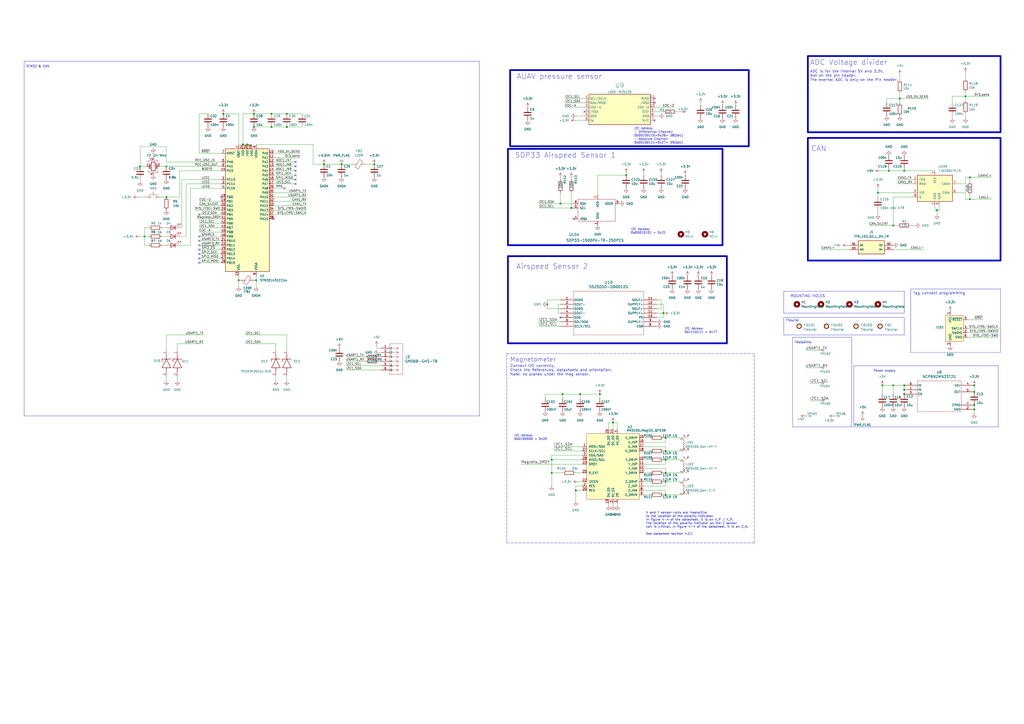
<source format=kicad_sch>
(kicad_sch (version 20231120) (generator "eeschema") (generator_version "8.0")
  (paper "A2")
  (title_block (title "can_sensor") (date "2024-07-12") (rev "v1.0"))
  (junction (at 326.39 228.6))
  (junction (at 187.96 95.25))
  (junction (at 543.56 121.92))
  (junction (at 157.48 73.66))
  (junction (at 386.08 274.32))
  (junction (at 217.17 95.25))
  (junction (at 96.52 96.52))
  (junction (at 157.48 66.04))
  (junction (at 386.08 287.02))
  (junction (at 524.51 228.6))
  (junction (at 565.15 234.95))
  (junction (at 140.97 83.82))
  (junction (at 509.27 111.76))
  (junction (at 515.62 99.06))
  (junction (at 565.15 223.52))
  (junction (at 147.32 66.04))
  (junction (at 363.22 101.6))
  (junction (at 518.16 130.81))
  (junction (at 355.6 245.11))
  (junction (at 166.37 66.04))
  (junction (at 386.08 261.62))
  (junction (at 147.32 73.66))
  (junction (at 129.54 66.04))
  (junction (at 562.61 102.87))
  (junction (at 148.59 162.56))
  (junction (at 560.07 55.88))
  (junction (at 386.08 254))
  (junction (at 166.37 73.66))
  (junction (at 334.01 284.48))
  (junction (at 347.98 228.6))
  (junction (at 336.55 228.6))
  (junction (at 138.43 162.56))
  (junction (at 325.12 118.11) (diameter 1.016))
  (junction (at 317.5 176.53))
  (junction (at 320.04 266.7))
  (junction (at 320.04 274.32))
  (junction (at 386.08 266.7))
  (junction (at 198.12 95.25))
  (junction (at 511.81 223.52))
  (junction (at 518.16 223.52))
  (junction (at 562.61 115.57))
  (junction (at 386.08 279.4))
  (junction (at 565.15 237.49))
  (junction (at 384.81 181.61))
  (junction (at 96.52 114.3))
  (junction (at 524.51 223.52))
  (junction (at 565.15 227.33))
  (junction (at 521.97 57.15))
  (junction (at 81.28 96.52))
  (junction (at 83.82 137.16))
  (junction (at 331.47 120.65) (diameter 1.016))
  (junction (at 143.51 83.82))
  (junction (at 524.51 99.06))
  (junction (at 524.51 226.06))
  (no_connect (at 171.45 93.98))
  (no_connect (at 171.45 104.14))
  (no_connect (at 128.27 114.3))
  (no_connect (at 171.45 99.06))
  (no_connect (at 171.45 101.6))
  (no_connect (at 379.73 57.15))
  (no_connect (at 379.73 69.85))
  (no_connect (at 115.57 147.32))
  (no_connect (at 115.57 124.46))
  (no_connect (at 115.57 139.7))
  (no_connect (at 332.74 127))
  (no_connect (at 165.1 109.22))
  (no_connect (at 115.57 149.86))
  (no_connect (at 171.45 106.68))
  (no_connect (at 379.73 59.69))
  (no_connect (at 339.09 64.77))
  (no_connect (at 171.45 96.52))
  (no_connect (at 115.57 142.24))
  (no_connect (at 158.75 127))
  (no_connect (at 325.12 184.15))
  (no_connect (at 115.57 152.4))
  (no_connect (at 115.57 144.78))
  (no_connect (at 115.57 137.16))
  (wire (pts (xy 158.75 106.68) (xy 171.45 106.68)))
  (wire (pts (xy 93.98 114.3) (xy 96.52 114.3)))
  (wire (pts (xy 509.27 121.92) (xy 509.27 124.46)))
  (wire (pts (xy 560.07 55.88) (xy 560.07 58.42)))
  (wire (pts (xy 520.7 104.14) (xy 529.59 104.14)))
  (wire (pts (xy 521.97 43.18) (xy 521.97 46.228)))
  (wire (pts (xy 560.07 41.91) (xy 560.07 45.72)))
  (wire (pts (xy 334.01 67.31) (xy 339.09 67.31)))
  (wire (pts (xy 562.61 102.87) (xy 562.61 105.41)))
  (wire (pts (xy 337.82 279.4) (xy 335.28 279.4)))
  (wire (pts (xy 373.38 256.54) (xy 386.08 256.54)))
  (wire (pts (xy 518.16 223.52) (xy 524.51 223.52)))
  (wire (pts (xy 81.28 137.16) (xy 83.82 137.16)))
  (wire (pts (xy 560.07 106.68) (xy 554.99 106.68)))
  (wire (pts (xy 316.23 231.14) (xy 316.23 228.6)))
  (wire (pts (xy 560.07 53.34) (xy 560.07 55.88)))
  (wire (pts (xy 200.66 207.01) (xy 212.09 207.01)))
  (wire (pts (xy 386.08 287.02) (xy 396.24 287.02)))
  (wire (pts (xy 83.82 137.16) (xy 83.82 142.24)))
  (wire (pts (xy 325.12 111.76) (xy 325.12 118.11)))
  (wire (pts (xy 158.75 121.92) (xy 177.8 121.92)))
  (wire (pts (xy 336.55 228.6) (xy 336.55 231.14)))
  (wire (pts (xy 102.87 218.44) (xy 102.87 220.98)))
  (wire (pts (xy 104.14 114.3) (xy 96.52 114.3)))
  (wire (pts (xy 511.81 228.6) (xy 511.81 223.52)))
  (wire (pts (xy 219.71 204.47) (xy 220.98 204.47)))
  (wire (pts (xy 158.75 99.06) (xy 171.45 99.06)))
  (wire (pts (xy 140.97 83.82) (xy 140.97 66.04)))
  (wire (pts (xy 521.97 57.15) (xy 521.97 59.69)))
  (wire (pts (xy 142.24 194.31) (xy 166.37 194.31)))
  (wire (pts (xy 560.07 66.04) (xy 560.07 68.58)))
  (wire (pts (xy 317.5 173.99) (xy 325.12 173.99)))
  (wire (pts (xy 386.08 256.54) (xy 386.08 254)))
  (polyline (pts (xy 437.515 314.96) (xy 437.515 205.105)) (stroke (width 0) (type dash)))
  (wire (pts (xy 373.38 271.78) (xy 386.08 271.78)))
  (wire (pts (xy 381 176.53) (xy 384.81 176.53)))
  (wire (pts (xy 104.14 132.08) (xy 105.41 132.08)))
  (wire (pts (xy 317.5 173.99) (xy 317.5 176.53)))
  (wire (pts (xy 560.07 102.87) (xy 562.61 102.87)))
  (wire (pts (xy 386.08 281.94) (xy 386.08 279.4)))
  (wire (pts (xy 115.57 142.24) (xy 128.27 142.24)))
  (wire (pts (xy 107.95 106.68) (xy 107.95 137.16)))
  (wire (pts (xy 219.71 209.55) (xy 220.98 209.55)))
  (wire (pts (xy 96.52 203.2) (xy 96.52 194.31)))
  (wire (pts (xy 524.51 99.06) (xy 542.29 99.06)))
  (wire (pts (xy 110.49 109.22) (xy 128.27 109.22)))
  (wire (pts (xy 115.57 147.32) (xy 128.27 147.32)))
  (wire (pts (xy 379.73 62.23) (xy 391.16 62.23)))
  (wire (pts (xy 353.06 245.11) (xy 355.6 245.11)))
  (wire (pts (xy 561.34 185.42) (xy 570.23 185.42)))
  (wire (pts (xy 158.75 93.98) (xy 171.45 93.98)))
  (wire (pts (xy 515.62 99.06) (xy 524.51 99.06)))
  (wire (pts (xy 334.01 281.94) (xy 334.01 284.48)))
  (wire (pts (xy 383.54 101.6) (xy 383.54 100.33)))
  (wire (pts (xy 511.81 223.52) (xy 518.16 223.52)))
  (wire (pts (xy 326.39 228.6) (xy 326.39 231.14)))
  (wire (pts (xy 406.4 60.96) (xy 406.4 59.69)))
  (wire (pts (xy 219.71 207.01) (xy 220.98 207.01)))
  (wire (pts (xy 384.81 279.4) (xy 386.08 279.4)))
  (wire (pts (xy 140.97 83.82) (xy 143.51 83.82)))
  (wire (pts (xy 325.12 118.11) (xy 332.74 118.11)))
  (wire (pts (xy 560.07 102.87) (xy 560.07 106.68)))
  (wire (pts (xy 120.65 66.04) (xy 115.57 66.04)))
  (wire (pts (xy 158.75 109.22) (xy 165.1 109.22)))
  (wire (pts (xy 81.28 85.09) (xy 96.52 85.09)))
  (wire (pts (xy 476.25 144.78) (xy 492.76 144.78)))
  (wire (pts (xy 96.52 194.31) (xy 118.11 194.31)))
  (wire (pts (xy 542.29 121.92) (xy 542.29 119.38)))
  (wire (pts (xy 158.75 101.6) (xy 171.45 101.6)))
  (wire (pts (xy 104.14 99.06) (xy 128.27 99.06)))
  (wire (pts (xy 504.19 130.81) (xy 518.16 130.81)))
  (wire (pts (xy 467.36 213.36) (xy 477.52 213.36)))
  (wire (pts (xy 373.38 287.02) (xy 377.19 287.02)))
  (wire (pts (xy 147.32 66.04) (xy 157.48 66.04)))
  (wire (pts (xy 105.41 104.14) (xy 105.41 132.08)))
  (wire (pts (xy 552.45 55.88) (xy 552.45 59.69)))
  (wire (pts (xy 560.07 115.57) (xy 560.07 111.76)))
  (wire (pts (xy 320.04 274.32) (xy 326.39 274.32)))
  (wire (pts (xy 115.57 149.86) (xy 128.27 149.86)))
  (wire (pts (xy 312.42 186.69) (xy 325.12 186.69)))
  (wire (pts (xy 334.01 69.85) (xy 339.09 69.85)))
  (wire (pts (xy 158.75 96.52) (xy 171.45 96.52)))
  (wire (pts (xy 346.71 113.03) (xy 346.71 101.6)))
  (wire (pts (xy 355.6 293.37) (xy 355.6 292.1)))
  (wire (pts (xy 327.66 62.23) (xy 339.09 62.23)))
  (wire (pts (xy 158.75 119.38) (xy 177.8 119.38)))
  (wire (pts (xy 561.34 193.04) (xy 579.12 193.04)))
  (wire (pts (xy 157.48 73.66) (xy 166.37 73.66)))
  (wire (pts (xy 346.71 101.6) (xy 363.22 101.6)))
  (wire (pts (xy 181.61 95.25) (xy 187.96 95.25)))
  (wire (pts (xy 158.75 88.9) (xy 173.99 88.9)))
  (wire (pts (xy 386.08 254) (xy 396.24 254)))
  (wire (pts (xy 384.81 274.32) (xy 386.08 274.32)))
  (wire (pts (xy 560.07 115.57) (xy 562.61 115.57)))
  (polyline (pts (xy 294.005 205.105) (xy 294.005 314.96)) (stroke (width 0) (type dash)))
  (wire (pts (xy 114.3 127) (xy 128.27 127)))
  (wire (pts (xy 334.01 284.48) (xy 334.01 290.83)))
  (wire (pts (xy 469.9 222.25) (xy 477.52 222.25)))
  (polyline (pts (xy 294.005 314.96) (xy 437.515 314.96)) (stroke (width 0) (type dash)))
  (wire (pts (xy 148.59 166.37) (xy 148.59 162.56)))
  (wire (pts (xy 200.66 214.63) (xy 220.98 214.63)))
  (wire (pts (xy 363.22 100.33) (xy 363.22 101.6)))
  (wire (pts (xy 514.35 57.15) (xy 521.97 57.15)))
  (wire (pts (xy 140.97 66.04) (xy 147.32 66.04)))
  (wire (pts (xy 325.12 176.53) (xy 323.85 176.53)))
  (wire (pts (xy 181.61 95.25) (xy 181.61 83.82)))
  (wire (pts (xy 386.08 279.4) (xy 396.24 279.4)))
  (wire (pts (xy 373.38 281.94) (xy 386.08 281.94)))
  (wire (pts (xy 347.98 228.6) (xy 347.98 231.14)))
  (wire (pts (xy 83.82 132.08) (xy 86.36 132.08)))
  (wire (pts (xy 552.45 67.31) (xy 552.45 68.58)))
  (wire (pts (xy 115.57 66.04) (xy 115.57 88.9)))
  (wire (pts (xy 110.49 109.22) (xy 110.49 142.24)))
  (wire (pts (xy 316.23 228.6) (xy 326.39 228.6)))
  (wire (pts (xy 166.37 66.04) (xy 175.26 66.04)))
  (wire (pts (xy 386.08 259.08) (xy 386.08 261.62)))
  (wire (pts (xy 383.54 173.99) (xy 381 173.99)))
  (wire (pts (xy 521.97 57.15) (xy 538.48 57.15)))
  (wire (pts (xy 384.81 266.7) (xy 386.08 266.7)))
  (wire (pts (xy 543.56 121.92) (xy 542.29 121.92)))
  (wire (pts (xy 321.31 259.08) (xy 337.82 259.08)))
  (wire (pts (xy 327.66 57.15) (xy 339.09 57.15)))
  (wire (pts (xy 105.41 104.14) (xy 128.27 104.14)))
  (wire (pts (xy 467.36 241.3) (xy 469.9 241.3)))
  (wire (pts (xy 83.82 137.16) (xy 86.36 137.16)))
  (wire (pts (xy 561.34 190.5) (xy 579.12 190.5)))
  (wire (pts (xy 543.56 124.46) (xy 543.56 121.92)))
  (wire (pts (xy 115.57 139.7) (xy 128.27 139.7)))
  (wire (pts (xy 115.57 152.4) (xy 128.27 152.4)))
  (wire (pts (xy 384.81 181.61) (xy 381 181.61)))
  (wire (pts (xy 160.02 203.2) (xy 160.02 199.39)))
  (wire (pts (xy 373.38 259.08) (xy 386.08 259.08)))
  (wire (pts (xy 510.54 99.06) (xy 515.62 99.06)))
  (wire (pts (xy 565.15 234.95) (xy 565.15 237.49)))
  (wire (pts (xy 96.52 218.44) (xy 96.52 220.98)))
  (wire (pts (xy 386.08 261.62) (xy 384.81 261.62)))
  (wire (pts (xy 560.07 111.76) (xy 554.99 111.76)))
  (wire (pts (xy 138.43 162.56) (xy 139.7 162.56)))
  (wire (pts (xy 96.52 85.09) (xy 96.52 93.98)))
  (wire (pts (xy 373.38 266.7) (xy 377.19 266.7)))
  (wire (pts (xy 467.36 203.2) (xy 477.52 203.2)))
  (wire (pts (xy 81.28 105.41) (xy 81.28 104.14)))
  (wire (pts (xy 521.97 53.848) (xy 521.97 57.15)))
  (wire (pts (xy 115.57 124.46) (xy 128.27 124.46)))
  (wire (pts (xy 158.75 114.3) (xy 177.8 114.3)))
  (wire (pts (xy 386.08 274.32) (xy 396.24 274.32)))
  (wire (pts (xy 331.47 120.65) (xy 332.74 120.65)))
  (wire (pts (xy 386.08 266.7) (xy 396.24 266.7)))
  (wire (pts (xy 138.43 160.02) (xy 138.43 162.56)))
  (wire (pts (xy 355.6 245.11) (xy 355.6 248.92)))
  (wire (pts (xy 160.02 218.44) (xy 160.02 220.98)))
  (wire (pts (xy 143.51 83.82) (xy 146.05 83.82)))
  (wire (pts (xy 102.87 203.2) (xy 102.87 199.39)))
  (wire (pts (xy 386.08 271.78) (xy 386.08 274.32)))
  (wire (pts (xy 358.14 245.11) (xy 358.14 248.92)))
  (wire (pts (xy 373.38 254) (xy 377.19 254)))
  (wire (pts (xy 81.28 96.52) (xy 81.28 85.09)))
  (wire (pts (xy 158.75 104.14) (xy 171.45 104.14)))
  (wire (pts (xy 530.86 130.81) (xy 528.32 130.81)))
  (wire (pts (xy 515.62 97.79) (xy 515.62 99.06)))
  (wire (pts (xy 509.27 114.3) (xy 509.27 111.76)))
  (wire (pts (xy 562.61 115.57) (xy 575.31 115.57)))
  (wire (pts (xy 524.51 97.79) (xy 524.51 99.06)))
  (wire (pts (xy 325.12 102.87) (xy 325.12 104.14)))
  (wire (pts (xy 115.57 137.16) (xy 128.27 137.16)))
  (wire (pts (xy 142.24 199.39) (xy 160.02 199.39)))
  (wire (pts (xy 386.08 269.24) (xy 386.08 266.7)))
  (wire (pts (xy 373.38 284.48) (xy 386.08 284.48)))
  (wire (pts (xy 524.51 226.06) (xy 524.51 228.6)))
  (wire (pts (xy 560.07 55.88) (xy 574.04 55.88)))
  (wire (pts (xy 386.08 284.48) (xy 386.08 287.02)))
  (wire (pts (xy 158.75 111.76) (xy 177.8 111.76)))
  (wire (pts (xy 200.66 212.09) (xy 220.98 212.09)))
  (wire (pts (xy 317.5 176.53) (xy 317.5 179.07)))
  (wire (pts (xy 327.66 59.69) (xy 339.09 59.69)))
  (wire (pts (xy 518.16 114.3) (xy 529.59 114.3)))
  (wire (pts (xy 483.87 241.3) (xy 486.41 241.3)))
  (wire (pts (xy 115.57 144.78) (xy 128.27 144.78)))
  (wire (pts (xy 96.52 93.98) (xy 128.27 93.98)))
  (wire (pts (xy 394.97 64.77) (xy 392.43 64.77)))
  (wire (pts (xy 312.42 120.65) (xy 331.47 120.65)))
  (wire (pts (xy 312.42 189.23) (xy 325.12 189.23)))
  (wire (pts (xy 198.12 95.25) (xy 204.47 95.25)))
  (wire (pts (xy 334.01 281.94) (xy 337.82 281.94)))
  (wire (pts (xy 158.75 91.44) (xy 173.99 91.44)))
  (wire (pts (xy 115.57 132.08) (xy 128.27 132.08)))
  (wire (pts (xy 81.28 96.52) (xy 85.09 96.52)))
  (wire (pts (xy 157.48 66.04) (xy 166.37 66.04)))
  (wire (pts (xy 104.14 99.06) (xy 104.14 114.3)))
  (wire (pts (xy 384.81 287.02) (xy 386.08 287.02)))
  (wire (pts (xy 544.83 121.92) (xy 544.83 119.38)))
  (wire (pts (xy 200.66 209.55) (xy 212.09 209.55)))
  (wire (pts (xy 321.31 261.62) (xy 337.82 261.62)))
  (wire (pts (xy 317.5 179.07) (xy 325.12 179.07)))
  (wire (pts (xy 320.04 266.7) (xy 337.82 266.7)))
  (wire (pts (xy 187.96 95.25) (xy 198.12 95.25)))
  (wire (pts (xy 373.38 101.6) (xy 373.38 100.33)))
  (wire (pts (xy 520.7 106.68) (xy 529.59 106.68)))
  (wire (pts (xy 334.01 284.48) (xy 337.82 284.48)))
  (wire (pts (xy 148.59 160.02) (xy 148.59 162.56)))
  (wire (pts (xy 93.98 142.24) (xy 96.52 142.24)))
  (wire (pts (xy 138.43 66.04) (xy 129.54 66.04)))
  (wire (pts (xy 384.81 176.53) (xy 384.81 181.61)))
  (wire (pts (xy 373.38 279.4) (xy 377.19 279.4)))
  (wire (pts (xy 383.54 179.07) (xy 383.54 173.99)))
  (wire (pts (xy 331.47 111.76) (xy 331.47 120.65)))
  (wire (pts (xy 80.01 114.3) (xy 83.82 114.3)))
  (wire (pts (xy 353.06 248.92) (xy 353.06 245.11)))
  (wire (pts (xy 107.95 106.68) (xy 128.27 106.68)))
  (wire (pts (xy 373.38 274.32) (xy 377.19 274.32)))
  (wire (pts (xy 337.82 264.16) (xy 320.04 264.16)))
  (wire (pts (xy 218.44 201.93) (xy 220.98 201.93)))
  (wire (pts (xy 93.98 137.16) (xy 96.52 137.16)))
  (wire (pts (xy 158.75 124.46) (xy 177.8 124.46)))
  (wire (pts (xy 113.03 121.92) (xy 128.27 121.92)))
  (wire (pts (xy 377.19 261.62) (xy 373.38 261.62)))
  (wire (pts (xy 518.16 223.52) (xy 518.16 228.6)))
  (wire (pts (xy 115.57 129.54) (xy 128.27 129.54)))
  (wire (pts (xy 181.61 83.82) (xy 148.59 83.82)))
  (wire (pts (xy 147.32 73.66) (xy 157.48 73.66)))
  (wire (pts (xy 104.14 137.16) (xy 107.95 137.16)))
  (wire (pts (xy 83.82 142.24) (xy 86.36 142.24)))
  (wire (pts (xy 562.61 113.03) (xy 562.61 115.57)))
  (wire (pts (xy 102.87 199.39) (xy 118.11 199.39)))
  (wire (pts (xy 381 184.15) (xy 384.81 184.15)))
  (wire (pts (xy 535.94 144.78) (xy 518.16 144.78)))
  (wire (pts (xy 381 179.07) (xy 383.54 179.07)))
  (wire (pts (xy 96.52 96.52) (xy 128.27 96.52)))
  (wire (pts (xy 323.85 181.61) (xy 325.12 181.61)))
  (wire (pts (xy 355.6 245.11) (xy 358.14 245.11)))
  (wire (pts (xy 524.51 223.52) (xy 524.51 226.06)))
  (wire (pts (xy 565.15 223.52) (xy 565.15 227.33)))
  (wire (pts (xy 384.81 254) (xy 386.08 254)))
  (wire (pts (xy 212.09 95.25) (xy 217.17 95.25)))
  (wire (pts (xy 93.98 132.08) (xy 96.52 132.08)))
  (wire (pts (xy 543.56 121.92) (xy 544.83 121.92)))
  (wire (pts (xy 158.75 116.84) (xy 177.8 116.84)))
  (wire (pts (xy 386.08 261.62) (xy 396.24 261.62)))
  (wire (pts (xy 138.43 162.56) (xy 138.43 166.37)))
  (wire (pts (xy 520.7 130.81) (xy 518.16 130.81)))
  (wire (pts (xy 509.27 111.76) (xy 529.59 111.76)))
  (wire (pts (xy 115.57 116.84) (xy 128.27 116.84)))
  (wire (pts (xy 353.06 293.37) (xy 353.06 292.1)))
  (wire (pts (xy 320.04 274.32) (xy 320.04 281.94)))
  (wire (pts (xy 104.14 142.24) (xy 110.49 142.24)))
  (wire (pts (xy 115.57 134.62) (xy 128.27 134.62)))
  (wire (pts (xy 382.27 67.31) (xy 379.73 67.31)))
  (wire (pts (xy 491.49 142.24) (xy 492.76 142.24)))
  (wire (pts (xy 379.73 64.77) (xy 384.81 64.77)))
  (wire (pts (xy 384.81 184.15) (xy 384.81 181.61)))
  (wire (pts (xy 83.82 137.16) (xy 83.82 132.08)))
  (wire (pts (xy 138.43 83.82) (xy 138.43 66.04)))
  (polyline (pts (xy 437.515 205.105) (xy 294.005 205.105)) (stroke (width 0) (type dash)))
  (wire (pts (xy 562.61 102.87) (xy 575.31 102.87)))
  (wire (pts (xy 509.27 109.22) (xy 509.27 111.76)))
  (wire (pts (xy 358.14 292.1) (xy 358.14 293.37)))
  (wire (pts (xy 334.01 274.32) (xy 337.82 274.32)))
  (wire (pts (xy 518.16 114.3) (xy 518.16 130.81)))
  (wire (pts (xy 115.57 88.9) (xy 128.27 88.9)))
  (wire (pts (xy 148.59 162.56) (xy 147.32 162.56)))
  (wire (pts (xy 331.47 102.87) (xy 331.47 104.14)))
  (wire (pts (xy 115.57 119.38) (xy 128.27 119.38)))
  (wire (pts (xy 373.38 269.24) (xy 386.08 269.24)))
  (wire (pts (xy 561.34 195.58) (xy 579.12 195.58)))
  (wire (pts (xy 166.37 73.66) (xy 175.26 73.66)))
  (wire (pts (xy 166.37 203.2) (xy 166.37 194.31)))
  (wire (pts (xy 326.39 228.6) (xy 336.55 228.6)))
  (wire (pts (xy 552.45 55.88) (xy 560.07 55.88)))
  (wire (pts (xy 565.15 237.49) (xy 565.15 240.03)))
  (wire (pts (xy 320.04 264.16) (xy 320.04 266.7)))
  (wire (pts (xy 320.04 266.7) (xy 320.04 274.32)))
  (wire (pts (xy 166.37 218.44) (xy 166.37 220.98)))
  (wire (pts (xy 92.71 96.52) (xy 96.52 96.52)))
  (wire (pts (xy 336.55 228.6) (xy 347.98 228.6)))
  (wire (pts (xy 514.35 57.15) (xy 514.35 59.69)))
  (wire (pts (xy 323.85 176.53) (xy 323.85 181.61)))
  (wire (pts (xy 88.9 88.9) (xy 88.9 91.44)))
  (wire (pts (xy 302.26 269.24) (xy 337.82 269.24)))
  (wire (pts (xy 218.44 201.93) (xy 218.44 200.66)))
  (wire (pts (xy 312.42 118.11) (xy 325.12 118.11)))
  (wire (pts (xy 469.9 232.41) (xy 477.52 232.41)))
  (rectangle (start 454.66 168.91) (end 524.51 181.61))
  (rectangle (start 468.63 80.01) (end 580.39 151.13) (stroke (width 1)))
  (rectangle (start 495.3 212.09) (end 579.12 247.65))
  (rectangle (start 294.64 86.36) (end 419.1 142.24) (stroke (width 1)))
  (rectangle (start 294.64 148.59) (end 421.64 199.136) (stroke (width 1)))
  (rectangle (start 468.63 32.512) (end 580.39 76.708) (stroke (width 1)))
  (rectangle (start 13.97 35.56) (end 278.13 241.3))
  (rectangle (start 454.66 184.15) (end 524.51 194.31))
  (rectangle (start 528.32 167.64) (end 580.39 204.47))
  (rectangle (start 459.74 195.58) (end 494.03 247.65))
  (rectangle (start 295.91 40.64) (end 434.34 84.836) (stroke (width 1)))
  (text "STM32 & CAN" (at 15.24 39.37 0) (effects (font (size 1.27 1.27)) (justify left bottom)))
  (text "I2C Adress:\n0b0100000 = 0x20" (at 298.196 255.524 0) (effects (font (size 1.27 1.27)) (justify left bottom)))
  (text "SDP33 Airspeed Sensor 1\n" (at 298.704 91.948 0) (effects (font (size 3 3)) (justify left bottom)))
  (text "Power supply" (at 506.73 215.9 0) (effects (font (size 1.27 1.27)) (justify left bottom)))
  (text "Fiducial" (at 455.93 186.69 0) (effects (font (size 1.27 1.27)) (justify left bottom)))
  (text "Connect I2C correctly. \nCheck the References, datasheets and orientation.\nNote: no planes under the mag sensor." (at 295.91 211.455 0) (effects (font (size 1.524 1.524)) (justify left top)))
  (text "ADC Voltage divider " (at 469.9 38.1 0) (effects (font (size 3 3)) (justify left bottom)))
  (text "MOUNTING HOLES" (at 458.47 172.72 0) (effects (font (size 1.524 1.524)) (justify left bottom)))
  (text "I2C Adress:\n0b00010101 = 0x21\n" (at 365.887 135.89 0) (effects (font (size 1.27 1.27)) (justify left bottom)))
  (text "ADC is for the internal 5V and 3.3V. \nNot on the pin header.\nThe exernal ADC is only on the Pin header." (at 469.9 40.64 0) (effects (font (size 1.524 1.524)) (justify left top)))
  (text "CAN" (at 474.98 86.36 0) (effects (font (size 3 3))))
  (text "I2C Adress:\n- Differential Channel:\n0b00100110=0x26= 38(dec)\n- Absolute Channel:\n0b00100111=0x27= 39(dec)" (at 367.792 83.566 0) (effects (font (size 1.27 1.27)) (justify left bottom)))
  (text "I2C Adress:\n0b1110111 = 0x77\n" (at 397.002 193.548 0) (effects (font (size 1.27 1.27)) (justify left bottom)))
  (text "Magnetometer" (at 295.91 210.185 0) (effects (font (size 2.54 2.54)) (justify left bottom)))
  (text "X and Y sensor coils are insensitive \nto the location of the polarity indicator.\nIn figure 4-4 of the datasheet, it is on X_P / Y_P.\nThe location of the polarity indicator on the Z sensor \ncoil is critical. In figure 4-4 of the datasheet, it is on Z_N.\n\nSee datasheet section 4.2.1" (at 374.65 310.515 0) (effects (font (size 1.27 1.27)) (justify left bottom)))
  (text "Airspeed Sensor 2" (at 299.466 156.464 0) (effects (font (size 3 3)) (justify left bottom)))
  (text "Testpoints" (at 461.01 199.39 0) (effects (font (size 1.27 1.27)) (justify left bottom)))
  (text "AUAV pressure sensor\n" (at 299.72 46.228 0) (effects (font (size 3 3)) (justify left bottom)))
  (text "Tag connect programming" (at 529.59 170.18 0) (effects (font (size 1.524 1.524)) (justify left)))
  (label "SPI1_SCK" (at 160.02 101.6 0))
  (label "CAN1_TX" (at 177.8 119.38 180))
  (label "CANH1+" (at 476.25 144.78 0))
  (label "CAN1_RX" (at 177.8 116.84 180))
  (label "I2C1_SDA" (at 312.42 186.69 0) (effects (font (size 1.524 1.524))))
  (label "CAN1_RX" (at 520.7 106.68 0))
  (label "Z_P" (at 396.24 279.4 0))
  (label "Z_N" (at 396.24 287.02 0))
  (label "~{NRST}" (at 116.84 88.9 0))
  (label "X_P" (at 396.24 254 0))
  (label "I2C3_SCL" (at 160.02 106.68 0))
  (label "VDD_5V_SENS" (at 173.99 88.9 180))
  (label "SPI2_MISO" (at 116.84 149.86 0))
  (label "I2C1_SCL" (at 115.57 129.54 0))
  (label "I2C1_SCL" (at 312.42 120.65 0))
  (label "EOC-A" (at 115.57 134.62 0))
  (label "CAN1_TX" (at 520.7 104.14 0))
  (label "CANL1-" (at 535.94 144.78 180))
  (label "CANL1-" (at 575.31 115.57 180))
  (label "3V3_sens" (at 173.99 91.44 180))
  (label "CANH1+" (at 575.31 102.87 180))
  (label "SPI2_SCK" (at 116.84 147.32 0))
  (label "Y_P" (at 396.24 266.7 0))
  (label "USART1_TX" (at 118.11 194.31 180))
  (label "Magneto_DRDY" (at 302.26 269.24 0) (effects (font (size 1.524 1.524))))
  (label "I2C1_SCL" (at 327.66 57.15 0))
  (label "I2C1_SDA" (at 115.57 132.08 0))
  (label "USART3_TX" (at 116.84 139.7 0))
  (label "LED2" (at 116.84 106.68 0))
  (label "I2C1_SCL" (at 142.24 194.31 0))
  (label "SYS_JTMS-SWCLK" (at 177.8 124.46 180))
  (label "I2C1_SCL" (at 312.42 189.23 0) (effects (font (size 1.524 1.524))))
  (label "USART1_RX" (at 177.8 114.3 180))
  (label "SYS_JTDO-SWO" (at 579.12 195.58 180))
  (label "USART1_RX" (at 118.11 199.39 180))
  (label "I2C1_SDA" (at 312.42 118.11 0))
  (label "3V3_sens" (at 574.04 55.88 180))
  (label "USART1_TX" (at 467.36 203.2 0) (effects (font (size 1.524 1.524))))
  (label "~{NRST}" (at 570.23 185.42 180))
  (label "RCC_OSC_OUT" (at 113.03 96.52 0))
  (label "LED3" (at 116.84 109.22 0))
  (label "~{SPI2_CS}" (at 116.84 144.78 0))
  (label "EOC-D" (at 391.16 62.23 180))
  (label "I2C1_SDA" (at 142.24 199.39 0))
  (label "I2C3_SDA" (at 116.84 124.46 0))
  (label "I2C1_SDA" (at 321.31 259.08 0) (effects (font (size 1.524 1.524))))
  (label "EOC-A" (at 327.66 62.23 0))
  (label "SPI1_MISO" (at 160.02 104.14 0))
  (label "I2C1_SCL" (at 321.31 261.62 0) (effects (font (size 1.524 1.524))))
  (label "X_N" (at 396.24 261.62 0))
  (label "USART1_TX" (at 177.8 111.76 180))
  (label "BOOT0" (at 116.84 99.06 0))
  (label "SPI2_MOSI" (at 116.84 152.4 0))
  (label "VDD_5V_SENS" (at 538.48 57.15 180))
  (label "Magneto_DRDY" (at 114.3 127 0))
  (label "PPS" (at 160.02 109.22 0))
  (label "LED1" (at 116.84 104.14 0))
  (label "CAN_SILENT" (at 504.19 130.81 0))
  (label "SYS_JTMS-SWDIO" (at 177.8 121.92 180))
  (label "ADC1_IN9" (at 160.02 99.06 0))
  (label "I2C1_SDA" (at 469.9 232.41 0) (effects (font (size 1.524 1.524))))
  (label "I2C1_SCL" (at 469.9 222.25 0) (effects (font (size 1.524 1.524))))
  (label "SPARE3" (at 116.84 137.16 0))
  (label "I2C1_SDA" (at 327.66 59.69 0))
  (label "SYS_JTMS-SWCLK" (at 579.12 190.5 180))
  (label "I2C1_SCL" (at 200.66 212.09 0))
  (label "ADC1_IN8" (at 160.02 96.52 0))
  (label "USART1_RX" (at 467.36 213.36 0) (effects (font (size 1.524 1.524))))
  (label "I2C1_SDA" (at 200.66 214.63 0))
  (label "CAN_SILENT" (at 115.57 119.38 0))
  (label "USART1_TX" (at 200.66 207.01 0))
  (label "USART1_RX" (at 200.66 209.55 0))
  (label "ADC1_IN7" (at 160.02 93.98 0))
  (label "EOC-D" (at 115.57 116.84 0))
  (label "SYS_JTDO-SWO" (at 113.03 121.92 0))
  (label "RCC_OSC_IN" (at 113.03 93.98 0))
  (label "Y_N" (at 396.24 274.32 0))
  (label "USART3_RX" (at 116.84 142.24 0))
  (label "SYS_JTMS-SWDIO" (at 579.12 193.04 180))
  (symbol (lib_id "Device:C") (at 363.22 105.41 0) (unit 1)
    (property "Reference" "C122" (at 366.141 104.2416 0) (effects (justify left)))
    (property "Value" "10u" (at 366.141 106.553 0) (effects (justify left)))
    (property "Footprint" "Capacitor_SMD:C_0402_1005Metric" (effects (hide yes)))
    (property "UST_ID" "5c70984812875079b91f8bdb" (effects (hide yes)))
  )
  (symbol (lib_id "Device:R") (at 325.12 107.95 0) (unit 1)
    (property "Reference" "R112" (at 327.66 106.68 90) (effects (justify left)))
    (property "Value" "10k" (at 325.12 109.22 90) (effects (justify left)))
    (property "Footprint" "Resistor_SMD:R_0201_0603Metric" (effects (hide yes)))
    (property "UST_ID" "5c70984512875079b91f894c" (effects (hide yes)))
  )
  (symbol (lib_id "Device:R") (at 331.47 107.95 0) (unit 1)
    (property "Reference" "R113" (at 334.01 106.68 90) (effects (justify left)))
    (property "Value" "10k" (at 331.47 109.22 90) (effects (justify left)))
    (property "Footprint" "Resistor_SMD:R_0201_0603Metric" (effects (hide yes)))
    (property "UST_ID" "5c70984512875079b91f894c" (effects (hide yes)))
  )
  (symbol (lib_name "GND_8") (lib_id "power:GND") (at 518.16 236.22 0) (unit 1)
    (property "Reference" "#PWR042" (effects (hide yes)))
    (property "Value" "GND" (at 518.16 241.3 0))
    (property "Description" "Power symbol creates a global label with name \"GND\" , ground" (effects (hide yes)))
  )
  (symbol (lib_id "Device:FerriteBead") (at 208.28 95.25 90) (unit 1)
    (property "Reference" "FB2" (at 208.2292 87.63 90))
    (property "Value" "120R" (at 208.2292 90.17 90))
    (property "Footprint" "Capacitor_SMD:C_0201_0603Metric" (effects (hide yes)))
    (property "Description" "FERRITE BEAD" (effects (hide yes)))
    (property "Part" "BLM03AG121SN1D" (effects (hide yes)))
  )
  (symbol (lib_id "Device:R") (at 381 254 270) (unit 1)
    (property "Reference" "R106" (at 375.92 252.73 90))
    (property "Value" "121R 1%" (at 388.62 252.73 90))
    (property "Footprint" "Resistor_SMD:R_0201_0603Metric" (effects (hide yes)))
    (property "Description" "Resistor" (effects (hide yes)))
    (property "MPN" "RC-01W1210FT " (effects (hide yes)))
    (property "Generic" "Yes" (effects (hide yes)))
  )
  (symbol (lib_id "Device:R") (at 215.9 207.01 270) (mirror x) (unit 1)
    (property "Reference" "R4" (at 218.694 205.994 90) (effects (justify left)))
    (property "Value" "220R" (at 213.36 207.01 90) (effects (justify left)))
    (property "Footprint" "Resistor_SMD:R_0201_0603Metric" (effects (hide yes)))
    (property "Datasheet" "https://wmsc.lcsc.com/wmsc/upload/file/pdf/v2/lcsc/2304140030_YAGEO-RC0201FR-07220RL_C274342.pdf" (effects (hide yes)))
    (property "Description" "50mW Thick Film Resistors 25V ±1% ±200ppm/℃ 220Ω 0201  Chip Resistor - Surface Mount ROHS" (effects (hide yes)))
    (property "MPN" "RC0201FR-07220RL" (effects (hide yes)))
    (property "MFN" "YAGEO" (effects (hide yes)))
    (property "Generic" "Yes" (effects (hide yes)))
  )
  (symbol (lib_id "Device:R") (at 560.07 49.53 0) (mirror x) (unit 1)
    (property "Reference" "R118" (at 562.102 48.514 0) (effects (justify left)))
    (property "Value" "10k" (at 561.975 50.8 0) (effects (justify left)))
    (property "Footprint" "Resistor_SMD:R_0201_0603Metric" (effects (hide yes)))
    (property "MPN" "WR02X1002FAL " (effects (hide yes)))
    (property "MFN" "YAGEO" (effects (hide yes)))
    (property "Generic" "Yes" (effects (hide yes)))
  )
  (symbol (lib_id "Device:FerriteBead") (at 143.51 162.56 90) (unit 1)
    (property "Reference" "FB1" (at 143.51 169.164 90))
    (property "Value" "120R" (at 143.51 167.132 90))
    (property "Footprint" "Capacitor_SMD:C_0201_0603Metric" (effects (hide yes)))
    (property "Description" "FERRITE BEAD" (effects (hide yes)))
    (property "Part" "BLM03AG121SN1D" (effects (hide yes)))
  )
  (symbol (lib_id "rm3100:GND") (at 383.54 109.22 0) (unit 1)
    (property "Reference" "#PWR072" (effects (hide yes)))
    (property "Value" "GND" (at 383.54 114.3 0))
    (property "Description" "Power symbol creates a global label with name \"GND\" , ground" (effects (hide yes)))
  )
  (symbol (lib_id "Device:R") (at 90.17 137.16 90) (unit 1)
    (property "Reference" "R7" (at 88.9 139.7 90))
    (property "Value" "1k" (at 92.71 134.62 90))
    (property "Footprint" "Resistor_SMD:R_0201_0603Metric" (effects (hide yes)))
    (property "Description" "Resistor" (effects (hide yes)))
    (property "Part" "RC0201FR-071KL " (effects (hide yes)))
  )
  (symbol (lib_id "Mechanical:MountingHole") (at 492.76 176.53 0) (unit 1)
    (property "Reference" "H3" (at 495.3 175.2599 0) (effects (justify left)))
    (property "Value" "MountingHole" (at 495.3 177.7999 0) (effects (justify left)))
    (property "Footprint" "MountingHole:MountingHole_2.1mm" (effects (hide yes)))
    (property "Description" "Mounting Hole without connection" (effects (hide yes)))
  )
  (symbol (lib_id "rm3100:GND") (at 412.75 167.64 0) (unit 1)
    (property "Reference" "#PWR049" (effects (hide yes)))
    (property "Value" "GND" (at 412.75 172.72 0))
    (property "Description" "Power symbol creates a global label with name \"GND\" , ground" (effects (hide yes)))
  )
  (symbol (lib_id "rm3100:GND") (at 398.78 167.64 0) (unit 1)
    (property "Reference" "#PWR036" (effects (hide yes)))
    (property "Value" "GND" (at 398.78 172.72 0))
    (property "Description" "Power symbol creates a global label with name \"GND\" , ground" (effects (hide yes)))
  )
  (symbol (lib_id "power:GND") (at 382.27 67.31 90) (unit 1)
    (property "Reference" "#PWR029" (effects (hide yes)))
    (property "Value" "GND" (at 386.08 67.3099 90) (effects (justify right)))
    (property "Description" "Power symbol creates a global label with name \"GND\" , ground" (effects (hide yes)))
  )
  (symbol (lib_name "GND_8") (lib_id "power:GND") (at 511.81 236.22 0) (unit 1)
    (property "Reference" "#PWR043" (effects (hide yes)))
    (property "Value" "GND" (at 511.81 241.3 0))
    (property "Description" "Power symbol creates a global label with name \"GND\" , ground" (effects (hide yes)))
  )
  (symbol (lib_id "PESD3V3S1UL,315:PESD3V3S1UL,315") (at 96.52 203.2 270) (unit 1)
    (property "Reference" "D10" (at 89.154 209.296 90) (effects (justify left)))
    (property "Value" "PESD3V3S1UL,315" (effects (hide yes)))
    (property "Footprint" "PESD3V3S1UL,315:PESD5V0S1BL315" (effects (hide yes)))
    (property "Datasheet" "https://assets.nexperia.com/documents/data-sheet/PESD3V3S1UL.pdf" (effects (hide yes)))
    (property "Description" "Unidirectional ESD protection diode" (effects (hide yes)))
    (property "Height" "0" (effects (hide yes)))
    (property "Manufacturer_Name" "Nexperia" (effects (hide yes)))
    (property "Manufacturer_Part_Number" "PESD3V3S1UL,315" (effects (hide yes)))
    (property "Mouser Part Number" "771-PESD3V3S1UL315" (effects (hide yes)))
    (property "Mouser Price/Stock" "https://www.mouser.co.uk/ProductDetail/Nexperia/PESD3V3S1UL315?qs=LOCUfHb8d9vQ9koc%252Bm8kRA%3D%3D" (effects (hide yes)))
    (property "Arrow Part Number" "PESD3V3S1UL,315" (effects (hide yes)))
    (property "Arrow Price/Stock" "https://www.arrow.com/en/products/pesd3v3s1ul315/nexperia?region=asia" (effects (hide yes)))
  )
  (symbol (lib_id "power:GNDA") (at 148.59 166.37 0) (unit 1)
    (property "Reference" "#PWR0101" (effects (hide yes)))
    (property "Value" "GNDA" (at 148.59 171.45 0))
    (property "Description" "Power symbol creates a global label with name \"GNDA\" , analog ground" (effects (hide yes)))
  )
  (symbol (lib_name "GND_4") (lib_id "power:GND") (at 543.56 124.46 0) (unit 1)
    (property "Reference" "#PWR089" (effects (hide yes)))
    (property "Value" "GND" (at 543.56 129.54 0))
    (property "Description" "Power symbol creates a global label with name \"GND\" , ground" (effects (hide yes)))
  )
  (symbol (lib_id "Device:R") (at 381 274.32 270) (mirror x) (unit 1)
    (property "Reference" "R109" (at 375.92 275.59 90))
    (property "Value" "121R 1%" (at 388.62 275.59 90))
    (property "Footprint" "Resistor_SMD:R_0201_0603Metric" (effects (hide yes)))
    (property "Description" "Resistor" (effects (hide yes)))
    (property "MPN" "RC-01W1210FT " (effects (hide yes)))
    (property "Generic" "Yes" (effects (hide yes)))
  )
  (symbol (lib_id "Device:C") (at 406.4 64.77 0) (unit 1)
    (property "Reference" "C20" (at 409.321 63.6016 0) (effects (justify left)))
    (property "Value" "10u" (at 409.321 65.913 0) (effects (justify left)))
    (property "Footprint" "Capacitor_SMD:C_0402_1005Metric" (effects (hide yes)))
    (property "UST_ID" "5c70984812875079b91f8bdb" (effects (hide yes)))
  )
  (symbol (lib_id "Mechanical:MountingHole") (at 462.28 176.53 0) (unit 1)
    (property "Reference" "H1" (at 464.82 175.2599 0) (effects (justify left)))
    (property "Value" "MountingHole" (at 464.82 177.7999 0) (effects (justify left)))
    (property "Footprint" "MountingHole:MountingHole_2.1mm" (effects (hide yes)))
    (property "Description" "Mounting Hole without connection" (effects (hide yes)))
  )
  (symbol (lib_id "Device:R") (at 381 266.7 270) (unit 1)
    (property "Reference" "R108" (at 375.92 265.43 90))
    (property "Value" "121R 1%" (at 388.62 265.43 90))
    (property "Footprint" "Resistor_SMD:R_0201_0603Metric" (effects (hide yes)))
    (property "Description" "Resistor" (effects (hide yes)))
    (property "MPN" "RC-01W1210FT " (effects (hide yes)))
    (property "Generic" "Yes" (effects (hide yes)))
  )
  (symbol (lib_name "+3.3V_1") (lib_id "power:+3.3V") (at 426.72 60.96 0) (unit 1)
    (property "Reference" "#PWR052" (effects (hide yes)))
    (property "Value" "+3.3V" (at 426.72 55.88 0))
    (property "Description" "Power symbol creates a global label with name \"+3.3V\"" (effects (hide yes)))
  )
  (symbol (lib_id "MS5525DSO:5525DSO-DB001DS") (at 325.12 173.99 0) (unit 1)
    (property "Reference" "U10" (at 353.06 163.83 0) (effects (font (size 1.524 1.524))))
    (property "Value" "5525DSO-DB001DS" (at 353.06 166.37 0) (effects (font (size 1.524 1.524))))
    (property "Footprint" "MS5525DSO:SO14_MS5525DSO_TEC" (effects (hide yes)))
    (property "Datasheet" "5525DSO-DB001DS" (effects (hide yes)))
  )
  (symbol (lib_name "GND_6") (lib_id "power:GND") (at 129.54 73.66 0) (unit 1)
    (property "Reference" "#PWR02" (effects (hide yes)))
    (property "Value" "GND" (at 129.54 78.74 0))
    (property "Description" "Power symbol creates a global label with name \"GND\" , ground" (effects (hide yes)))
  )
  (symbol (lib_id "Device:R") (at 381 279.4 270) (unit 1)
    (property "Reference" "R110" (at 375.92 278.13 90))
    (property "Value" "121R 1%" (at 388.62 278.13 90))
    (property "Footprint" "Resistor_SMD:R_0201_0603Metric" (effects (hide yes)))
    (property "Description" "Resistor" (effects (hide yes)))
    (property "MPN" "RC-01W1210FT " (effects (hide yes)))
    (property "Generic" "Yes" (effects (hide yes)))
  )
  (symbol (lib_name "GND_8") (lib_id "power:GND") (at 515.62 90.17 180) (unit 1)
    (property "Reference" "#PWR078" (effects (hide yes)))
    (property "Value" "GND" (at 515.62 85.09 0))
    (property "Description" "Power symbol creates a global label with name \"GND\" , ground" (effects (hide yes)))
  )
  (symbol (lib_id "power:+5V") (at 467.36 241.3 90) (unit 1)
    (property "Reference" "#PWR096" (effects (hide yes)))
    (property "Value" "+5V" (at 466.598 243.078 90) (effects (justify left)))
    (property "Description" "Power symbol creates a global label with name \"+5V\"" (effects (hide yes)))
  )
  (symbol (lib_id "rm3100:GND") (at 397.51 109.22 0) (unit 1)
    (property "Reference" "#PWR073" (effects (hide yes)))
    (property "Value" "GND" (at 397.51 114.3 0))
    (property "Description" "Power symbol creates a global label with name \"GND\" , ground" (effects (hide yes)))
  )
  (symbol (lib_name "PWR_FLAG_1") (lib_id "power:PWR_FLAG") (at 198.12 95.25 0) (unit 1)
    (property "Reference" "#FLG02" (effects (hide yes)))
    (property "Value" "PWR_FLAG" (at 198.12 90.17 0))
    (property "Description" "Special symbol for telling ERC where power comes from" (effects (hide yes)))
  )
  (symbol (lib_id "Device:R") (at 96.52 118.11 0) (unit 1)
    (property "Reference" "R5" (at 100.33 116.8399 0) (effects (justify left)))
    (property "Value" "10k" (at 100.33 119.3799 0) (effects (justify left)))
    (property "Footprint" "Resistor_SMD:R_0201_0603Metric" (effects (hide yes)))
    (property "Description" "Resistor" (effects (hide yes)))
    (property "Part" "WR02X1002FAL " (effects (hide yes)))
  )
  (symbol (lib_name "+3.3V_1") (lib_id "power:+3.3V") (at 406.4 59.69 0) (unit 1)
    (property "Reference" "#PWR050" (effects (hide yes)))
    (property "Value" "+3.3V" (at 406.4 54.61 0))
    (property "Description" "Power symbol creates a global label with name \"+3.3V\"" (effects (hide yes)))
  )
  (symbol (lib_name "GND_1") (lib_id "power:GND") (at 355.6 293.37 0) (unit 1)
    (property "Reference" "#PWR027" (effects (hide yes)))
    (property "Value" "GND" (at 355.6 298.45 0))
    (property "Description" "Power symbol creates a global label with name \"GND\" , ground" (effects (hide yes)))
  )
  (symbol (lib_id "power:GND") (at 419.1 68.58 0) (unit 1)
    (property "Reference" "#PWR051" (effects (hide yes)))
    (property "Value" "GND" (at 419.1 73.66 0))
    (property "Description" "Power symbol creates a global label with name \"GND\" , ground" (effects (hide yes)))
  )
  (symbol (lib_id "Mechanical:MountingHole") (at 394.97 135.89 0) (unit 1)
    (property "Reference" "H5" (at 397.51 134.6199 0) (effects (justify left)))
    (property "Value" "M1.4" (at 397.51 137.1599 0) (effects (justify left)))
    (property "Footprint" "Mounting_Wuerth:Mounting_Wuerth_WA-SMSI-M1.6_H1.5mm_9774015633" (effects (hide yes)))
    (property "Description" "Mounting Hole without connection" (effects (hide yes)))
  )
  (symbol (lib_id "Device:C") (at 217.17 99.06 0) (unit 1)
    (property "Reference" "C27" (at 218.44 96.52 0) (effects (justify left)))
    (property "Value" "1u" (at 218.44 101.6 0) (effects (justify left)))
    (property "Footprint" "Capacitor_SMD:C_0201_0603Metric" (effects (hide yes)))
    (property "Description" "Capacitor" (effects (hide yes)))
    (property "Part" "CL10B105KA8NNNC" (effects (hide yes)))
  )
  (symbol (lib_id "Interface_CAN_LIN:TJA1051TK-3") (at 542.29 109.22 0) (unit 1)
    (property "Reference" "U105" (at 544.4841 96.52 0) (effects (justify left)))
    (property "Value" "TJA1051TK/3" (at 544.4841 99.06 0) (effects (justify left)))
    (property "Footprint" "Package_DFN_QFN:DFN-8-1EP_3x3mm_P0.65mm_EP1.55x2.4mm" (effects (hide yes)))
    (property "Datasheet" "http://www.nxp.com/docs/en/data-sheet/TJA1051.pdf" (effects (hide yes)))
    (property "Description" "High-Speed CAN Transceiver, separate VIO, silent mode, DFN-8" (effects (hide yes)))
  )
  (symbol (lib_id "Device:C") (at 157.48 69.85 0) (unit 1)
    (property "Reference" "C29" (at 158.75 67.31 0) (effects (justify left)))
    (property "Value" "100n" (at 158.75 72.39 0) (effects (justify left)))
    (property "Footprint" "Capacitor_SMD:C_0201_0603Metric" (effects (hide yes)))
    (property "Description" "Capacitor" (effects (hide yes)))
    (property "Part" "CL10B104KB8NNWC" (effects (hide yes)))
  )
  (symbol (lib_id "Device:C") (at 336.55 234.95 0) (unit 1)
    (property "Reference" "C105" (at 337.185 233.045 0) (effects (justify left)))
    (property "Value" "100nF" (at 337.185 237.49 0) (effects (justify left)))
    (property "Footprint" "Capacitor_SMD:C_0201_0603Metric" (effects (hide yes)))
    (property "Description" "Unpolarized capacitor" (effects (hide yes)))
    (property "MPN" "EMF105B7104KVHF" (effects (hide yes)))
    (property "Generic" "Yes" (effects (hide yes)))
  )
  (symbol (lib_name "GND_21") (lib_id "power:GND") (at 359.41 118.11 90) (unit 1)
    (property "Reference" "#PWR076" (effects (hide yes)))
    (property "Value" "GND" (at 363.22 118.1099 90) (effects (justify right)))
    (property "Description" "Power symbol creates a global label with name \"GND\" , ground" (effects (hide yes)))
  )
  (symbol (lib_name "GND_19") (lib_id "power:GND") (at 509.27 124.46 0) (unit 1)
    (property "Reference" "#PWR098" (effects (hide yes)))
    (property "Value" "GND" (at 505.206 126.238 0))
    (property "Description" "Power symbol creates a global label with name \"GND\" , ground" (effects (hide yes)))
  )
  (symbol (lib_id "rm3100:+3.3V") (at 384.81 181.61 270) (unit 1)
    (property "Reference" "#PWR033" (effects (hide yes)))
    (property "Value" "+3.3V" (at 388.62 181.6099 90) (effects (justify left)))
    (property "Description" "Power symbol creates a global label with name \"+3.3V\"" (effects (hide yes)))
  )
  (symbol (lib_id "Device:R") (at 521.97 50.038 0) (mirror x) (unit 1)
    (property "Reference" "R114" (at 524.002 49.276 0) (effects (justify left)))
    (property "Value" "10k" (at 523.875 51.308 0) (effects (justify left)))
    (property "Footprint" "Resistor_SMD:R_0201_0603Metric" (effects (hide yes)))
    (property "MPN" "WR02X1002FAL " (effects (hide yes)))
    (property "MFN" "YAGEO" (effects (hide yes)))
    (property "Generic" "Yes" (effects (hide yes)))
  )
  (symbol (lib_id "Device:LED") (at 100.33 142.24 180) (unit 1)
    (property "Reference" "D6" (at 97.79 139.7 0))
    (property "Value" "blue" (effects (hide yes)))
    (property "Footprint" "LED_SMD:LED_0201_0603Metric" (effects (hide yes)))
    (property "Description" "LED blue" (effects (hide yes)))
    (property "Part" "XL-0201UBC " (effects (hide yes)))
  )
  (symbol (lib_id "Device:C") (at 514.35 63.5 0) (unit 1)
    (property "Reference" "C117" (at 515.62 60.96 0) (effects (justify left)))
    (property "Value" "100n" (at 515.62 66.04 0) (effects (justify left)))
    (property "Footprint" "Capacitor_SMD:C_0201_0603Metric" (effects (hide yes)))
    (property "Description" "Capacitor" (effects (hide yes)))
    (property "Part" "CL21A106KOQNNNE" (effects (hide yes)))
  )
  (symbol (lib_id "Device:C") (at 347.98 234.95 0) (unit 1)
    (property "Reference" "C107" (at 348.615 233.045 0) (effects (justify left)))
    (property "Value" "100nF" (at 348.615 237.49 0) (effects (justify left)))
    (property "Footprint" "Capacitor_SMD:C_0201_0603Metric" (effects (hide yes)))
    (property "Description" "Unpolarized capacitor" (effects (hide yes)))
    (property "MPN" "EMF105B7104KVHF" (effects (hide yes)))
    (property "Generic" "Yes" (effects (hide yes)))
  )
  (symbol (lib_id "Mechanical:MountingHole") (at 408.94 135.89 0) (unit 1)
    (property "Reference" "H6" (at 411.48 134.6199 0) (effects (justify left)))
    (property "Value" "M1.4" (at 411.48 137.1599 0) (effects (justify left)))
    (property "Footprint" "Mounting_Wuerth:Mounting_Wuerth_WA-SMSI-M1.6_H1.5mm_9774015633" (effects (hide yes)))
    (property "Description" "Mounting Hole without connection" (effects (hide yes)))
  )
  (symbol (lib_name "+3.3V_1") (lib_id "power:+3.3V") (at 334.01 69.85 90) (unit 1)
    (property "Reference" "#PWR030" (effects (hide yes)))
    (property "Value" "+3.3V" (at 330.2 69.8499 90) (effects (justify left)))
    (property "Description" "Power symbol creates a global label with name \"+3.3V\"" (effects (hide yes)))
  )
  (symbol (lib_id "rm3100:GND") (at 219.71 204.47 270) (unit 1)
    (property "Reference" "#PWR047" (effects (hide yes)))
    (property "Value" "GND" (at 215.9 204.4699 90) (effects (justify right)))
    (property "Description" "Power symbol creates a global label with name \"GND\" , ground" (effects (hide yes)))
  )
  (symbol (lib_id "PESD3V3S1UL,315:PESD3V3S1UL,315") (at 102.87 203.2 270) (unit 1)
    (property "Reference" "D11" (at 105.41 209.55 90) (effects (justify left)))
    (property "Value" "PESD3V3S1UL,315" (effects (hide yes)))
    (property "Footprint" "PESD3V3S1UL,315:PESD5V0S1BL315" (effects (hide yes)))
    (property "Datasheet" "https://assets.nexperia.com/documents/data-sheet/PESD3V3S1UL.pdf" (effects (hide yes)))
    (property "Description" "Unidirectional ESD protection diode" (effects (hide yes)))
    (property "Height" "0" (effects (hide yes)))
    (property "Manufacturer_Name" "Nexperia" (effects (hide yes)))
    (property "Manufacturer_Part_Number" "PESD3V3S1UL,315" (effects (hide yes)))
    (property "Mouser Part Number" "771-PESD3V3S1UL315" (effects (hide yes)))
    (property "Mouser Price/Stock" "https://www.mouser.co.uk/ProductDetail/Nexperia/PESD3V3S1UL315?qs=LOCUfHb8d9vQ9koc%252Bm8kRA%3D%3D" (effects (hide yes)))
    (property "Arrow Part Number" "PESD3V3S1UL,315" (effects (hide yes)))
    (property "Arrow Price/Stock" "https://www.arrow.com/en/products/pesd3v3s1ul315/nexperia?region=asia" (effects (hide yes)))
  )
  (symbol (lib_id "power:+5V") (at 491.49 142.24 90) (unit 1)
    (property "Reference" "#PWR044" (effects (hide yes)))
    (property "Value" "+5V" (at 487.68 142.2399 90) (effects (justify left)))
    (property "Description" "Power symbol creates a global label with name \"+5V\"" (effects (hide yes)))
  )
  (symbol (lib_id "Device:C") (at 518.16 232.41 0) (unit 1)
    (property "Reference" "C18" (at 518.795 230.505 0) (effects (justify left)))
    (property "Value" "10uF" (at 518.795 234.95 0) (effects (justify left)))
    (property "Footprint" "Capacitor_SMD:C_0402_1005Metric" (effects (hide yes)))
    (property "Description" "Unpolarized capacitor" (effects (hide yes)))
    (property "MPN" "EMK212BB7106MG-T" (effects (hide yes)))
    (property "Generic" "Yes" (effects (hide yes)))
  )
  (symbol (lib_id "Device:C") (at 509.27 118.11 0) (unit 1)
    (property "Reference" "C116" (at 510.54 115.57 0) (effects (justify left)))
    (property "Value" "100n 16V X7R" (at 510.54 120.65 0) (effects (justify left)))
    (property "Footprint" "Capacitor_SMD:C_0201_0603Metric" (effects (hide yes)))
    (property "Description" "Capacitor" (effects (hide yes)))
    (property "Part" "GRM033Z71C104KE14D " (effects (hide yes)))
  )
  (symbol (lib_id "rm3100:+5V") (at 218.44 200.66 0) (unit 1)
    (property "Reference" "#PWR046" (effects (hide yes)))
    (property "Value" "+5V" (at 218.44 195.58 0))
    (property "Description" "Power symbol creates a global label with name \"+5V\"" (effects (hide yes)))
  )
  (symbol (lib_name "+3.3V_6") (lib_id "power:+3.3V") (at 551.18 180.34 0) (unit 1)
    (property "Reference" "#PWR013" (effects (hide yes)))
    (property "Value" "+3.3V" (at 551.18 175.26 0))
    (property "Description" "Power symbol creates a global label with name \"+3.3V\"" (effects (hide yes)))
  )
  (symbol (lib_name "GND_10") (lib_id "power:GND") (at 217.17 102.87 0) (unit 1)
    (property "Reference" "#PWR019" (effects (hide yes)))
    (property "Value" "GND" (at 217.17 107.95 0))
    (property "Description" "Power symbol creates a global label with name \"GND\" , ground" (effects (hide yes)))
  )
  (symbol (lib_name "GND_6") (lib_id "power:GND") (at 147.32 73.66 0) (unit 1)
    (property "Reference" "#PWR016" (effects (hide yes)))
    (property "Value" "GND" (at 147.32 78.74 0))
    (property "Description" "Power symbol creates a global label with name \"GND\" , ground" (effects (hide yes)))
  )
  (symbol (lib_name "+3.3V_1") (lib_id "power:+3.3V") (at 397.51 101.6 0) (unit 1)
    (property "Reference" "#PWR068" (effects (hide yes)))
    (property "Value" "+3.3V" (at 397.51 96.52 0))
    (property "Description" "Power symbol creates a global label with name \"+3.3V\"" (effects (hide yes)))
  )
  (symbol (lib_id "Connector:TestPoint_Small") (at 486.41 241.3 0) (unit 1)
    (property "Reference" "TP106" (at 484.632 240.03 0) (effects (justify left)))
    (property "Value" "TestPoint_Small" (effects (hide yes)))
    (property "Footprint" "TestPoint:TestPoint_Pad_D1.0mm" (effects (hide yes)))
    (property "Description" "test point" (effects (hide yes)))
  )
  (symbol (lib_name "GND_6") (lib_id "power:GND") (at 88.9 101.6 0) (unit 1)
    (property "Reference" "#PWR08" (effects (hide yes)))
    (property "Value" "GND" (at 88.9 106.68 0))
    (property "Description" "Power symbol creates a global label with name \"GND\" , ground" (effects (hide yes)))
  )
  (symbol (lib_id "Mechanical:MountingHole") (at 509.27 176.53 0) (unit 1)
    (property "Reference" "H4" (at 511.81 175.2599 0) (effects (justify left)))
    (property "Value" "MountingHole" (at 511.81 177.7999 0) (effects (justify left)))
    (property "Footprint" "MountingHole:MountingHole_2.1mm" (effects (hide yes)))
    (property "Description" "Mounting Hole without connection" (effects (hide yes)))
  )
  (symbol (lib_id "SM6B-GHS-TB:SM06B-GHS-TB") (at 220.98 201.93 0) (unit 1)
    (property "Reference" "J3" (at 234.95 207.0099 0) (effects (font (size 1.524 1.524)) (justify left)))
    (property "Value" "SM06B-GHS-TB" (at 234.95 209.5499 0) (effects (font (size 1.524 1.524)) (justify left)))
    (property "Footprint" "SM6B-GHS-TB:CONN_SM06B-GHS-TB_JST" (effects (hide yes)))
    (property "Datasheet" "SM06B-GHS-TB" (effects (hide yes)))
  )
  (symbol (lib_id "rm3100:GND") (at 389.89 167.64 0) (unit 1)
    (property "Reference" "#PWR071" (effects (hide yes)))
    (property "Value" "GND" (at 389.89 172.72 0))
    (property "Description" "Power symbol creates a global label with name \"GND\" , ground" (effects (hide yes)))
  )
  (symbol (lib_name "GND_15") (lib_id "power:GND") (at 320.04 281.94 0) (unit 1)
    (property "Reference" "#PWR097" (effects (hide yes)))
    (property "Value" "GND" (at 320.04 287.02 0))
    (property "Description" "Power symbol creates a global label with name \"GND\" , ground" (effects (hide yes)))
  )
  (symbol (lib_name "GND_2") (lib_id "power:GND") (at 336.55 238.76 0) (unit 1)
    (property "Reference" "#PWR083" (effects (hide yes)))
    (property "Value" "GND" (at 336.55 243.84 0))
    (property "Description" "Power symbol creates a global label with name \"GND\" , ground" (effects (hide yes)))
  )
  (symbol (lib_id "power:GND") (at 334.01 67.31 270) (unit 1)
    (property "Reference" "#PWR028" (effects (hide yes)))
    (property "Value" "GND" (at 330.2 67.3099 90) (effects (justify right)))
    (property "Description" "Power symbol creates a global label with name \"GND\" , ground" (effects (hide yes)))
  )
  (symbol (lib_name "PWR_FLAG_1") (lib_id "power:PWR_FLAG") (at 500.38 241.3 180) (unit 1)
    (property "Reference" "#FLG01" (effects (hide yes)))
    (property "Value" "PWR_FLAG" (at 500.38 246.38 0))
    (property "Description" "Special symbol for telling ERC where power comes from" (effects (hide yes)))
  )
  (symbol (lib_id "rm3100:GND") (at 317.5 176.53 270) (unit 1)
    (property "Reference" "#PWR039" (effects (hide yes)))
    (property "Value" "GND" (at 313.69 176.5299 90) (effects (justify right)))
    (property "Description" "Power symbol creates a global label with name \"GND\" , ground" (effects (hide yes)))
  )
  (symbol (lib_name "+3.3V_1") (lib_id "power:+3.3V") (at 129.54 66.04 0) (unit 1)
    (property "Reference" "#PWR012" (effects (hide yes)))
    (property "Value" "+3.3V" (at 129.54 60.96 0))
    (property "Description" "Power symbol creates a global label with name \"+3.3V\"" (effects (hide yes)))
  )
  (symbol (lib_id "Device:R") (at 90.17 142.24 90) (unit 1)
    (property "Reference" "R8" (at 88.9 134.62 90))
    (property "Value" "1k" (at 92.71 139.7 90))
    (property "Footprint" "Resistor_SMD:R_0201_0603Metric" (effects (hide yes)))
    (property "Description" "Resistor" (effects (hide yes)))
    (property "Part" "RC0201FR-071KL " (effects (hide yes)))
  )
  (symbol (lib_id "power:+5V") (at 521.97 43.18 0) (unit 1)
    (property "Reference" "#PWR090" (effects (hide yes)))
    (property "Value" "+5V" (at 521.97 38.1 0))
    (property "Description" "Power symbol creates a global label with name \"+5V\"" (effects (hide yes)))
  )
  (symbol (lib_id "Device:Crystal_GND24") (at 88.9 96.52 0) (unit 1)
    (property "Reference" "Y2" (at 86.36 90.17 0))
    (property "Value" "24 MHz" (at 92.71 90.17 0))
    (property "Footprint" "Crystal:Crystal_SMD_2016-4Pin_2.0x1.6mm" (effects (hide yes)))
    (property "Description" "Crystal" (effects (hide yes)))
    (property "Part" "XC21M4-24.000-F06NKDTL " (effects (hide yes)))
  )
  (symbol (lib_name "+3.3V_10") (lib_id "power:+3.3V") (at 355.6 245.11 0) (unit 1)
    (property "Reference" "#PWR099" (effects (hide yes)))
    (property "Value" "+3.3V" (at 355.6 240.03 0))
    (property "Description" "Power symbol creates a global label with name \"+3.3V\"" (effects (hide yes)))
  )
  (symbol (lib_id "Device:C") (at 187.96 99.06 0) (unit 1)
    (property "Reference" "C1" (at 189.23 96.52 0) (effects (justify left)))
    (property "Value" "10n" (at 189.23 101.6 0) (effects (justify left)))
    (property "Footprint" "Capacitor_SMD:C_0201_0603Metric" (effects (hide yes)))
    (property "Description" "Capacitor" (effects (hide yes)))
    (property "Part" "GRM033R71A103KA01D" (effects (hide yes)))
  )
  (symbol (lib_id "Device:R") (at 521.97 63.5 0) (mirror x) (unit 1)
    (property "Reference" "R115" (at 526.415 62.865 0) (effects (justify left)))
    (property "Value" "10k" (at 523.875 64.77 0) (effects (justify left)))
    (property "Footprint" "Resistor_SMD:R_0201_0603Metric" (effects (hide yes)))
    (property "MPN" "WR02X1002FAL " (effects (hide yes)))
    (property "MFN" "YAGEO" (effects (hide yes)))
    (property "Generic" "Yes" (effects (hide yes)))
  )
  (symbol (lib_name "+3.3V_2") (lib_id "power:+3.3V") (at 398.78 160.02 0) (unit 1)
    (property "Reference" "#PWR048" (effects (hide yes)))
    (property "Value" "+3.3V" (at 398.78 154.94 0))
    (property "Description" "Power symbol creates a global label with name \"+3.3V\"" (effects (hide yes)))
  )
  (symbol (lib_name "+3.3V_1") (lib_id "power:+3.3V") (at 331.47 102.87 0) (unit 1)
    (property "Reference" "#PWR069" (effects (hide yes)))
    (property "Value" "+3.3V" (at 331.47 97.79 0))
    (property "Description" "Power symbol creates a global label with name \"+3.3V\"" (effects (hide yes)))
  )
  (symbol (lib_name "GND_5") (lib_id "power:GND") (at 530.86 130.81 90) (unit 1)
    (property "Reference" "#PWR045" (effects (hide yes)))
    (property "Value" "GND" (at 534.67 130.8099 90) (effects (justify right)))
    (property "Description" "Power symbol creates a global label with name \"GND\" , ground" (effects (hide yes)))
  )
  (symbol (lib_id "Device:R") (at 330.2 274.32 90) (unit 1)
    (property "Reference" "R105" (at 328.295 271.78 90) (effects (justify left)))
    (property "Value" "33k" (at 335.28 271.78 90) (effects (justify left)))
    (property "Footprint" "Resistor_SMD:R_0201_0603Metric" (effects (hide yes)))
    (property "Description" "Resistor" (effects (hide yes)))
    (property "Generic" "Yes" (effects (hide yes)))
    (property "DNP" "RTT01333JTH " (effects (hide yes)))
  )
  (symbol (lib_id "Device:R") (at 381 261.62 270) (mirror x) (unit 1)
    (property "Reference" "R107" (at 375.92 262.89 90))
    (property "Value" "121R 1%" (at 388.62 262.89 90))
    (property "Footprint" "Resistor_SMD:R_0201_0603Metric" (effects (hide yes)))
    (property "Description" "Resistor" (effects (hide yes)))
    (property "MPN" "RC-01W1210FT " (effects (hide yes)))
    (property "Generic" "Yes" (effects (hide yes)))
  )
  (symbol (lib_id "rm3100:GND") (at 373.38 109.22 0) (unit 1)
    (property "Reference" "#PWR061" (effects (hide yes)))
    (property "Value" "GND" (at 373.38 114.3 0))
    (property "Description" "Power symbol creates a global label with name \"GND\" , ground" (effects (hide yes)))
  )
  (symbol (lib_name "GND_6") (lib_id "power:GND") (at 88.9 88.9 180) (unit 1)
    (property "Reference" "#PWR07" (effects (hide yes)))
    (property "Value" "GND" (at 88.9 83.82 0))
    (property "Description" "Power symbol creates a global label with name \"GND\" , ground" (effects (hide yes)))
  )
  (symbol (lib_id "Device:C") (at 426.72 64.77 180) (unit 1)
    (property "Reference" "C21" (at 425.45 67.31 0) (effects (justify left)))
    (property "Value" "100n" (at 425.45 62.23 0) (effects (justify left)))
    (property "Footprint" "Capacitor_SMD:C_0201_0603Metric" (effects (hide yes)))
    (property "Description" "Capacitor" (effects (hide yes)))
  )
  (symbol (lib_name "GND_7") (lib_id "power:GND") (at 518.16 142.24 90) (unit 1)
    (property "Reference" "#PWR01" (effects (hide yes)))
    (property "Value" "GND" (at 521.97 142.2399 90) (effects (justify right)))
    (property "Description" "Power symbol creates a global label with name \"GND\" , ground" (effects (hide yes)))
  )
  (symbol (lib_id "rm3100:GND") (at 363.22 109.22 0) (unit 1)
    (property "Reference" "#PWR055" (effects (hide yes)))
    (property "Value" "GND" (at 363.22 114.3 0))
    (property "Description" "Power symbol creates a global label with name \"GND\" , ground" (effects (hide yes)))
  )
  (symbol (lib_name "+3.3V_5") (lib_id "power:+3.3V") (at 509.27 109.22 0) (unit 1)
    (property "Reference" "#PWR059" (effects (hide yes)))
    (property "Value" "+3.3V" (at 509.27 104.14 0))
    (property "Description" "Power symbol creates a global label with name \"+3.3V\"" (effects (hide yes)))
  )
  (symbol (lib_id "Mechanical:Fiducial") (at 479.425 189.23 0) (unit 1) (in_bom no)
    (property "Reference" "FID102" (at 481.965 188.595 0) (effects (justify left)))
    (property "Value" "Fiducial" (at 481.965 191.135 0) (effects (justify left)))
    (property "Footprint" "Fiducial:Fiducial_0.5mm_Mask1.5mm" (effects (hide yes)))
    (property "Description" "Fiducial" (effects (hide yes)))
  )
  (symbol (lib_id "Device:R") (at 381 287.02 270) (mirror x) (unit 1)
    (property "Reference" "R111" (at 375.92 288.29 90))
    (property "Value" "121R 1%" (at 388.62 288.29 90))
    (property "Footprint" "Resistor_SMD:R_0201_0603Metric" (effects (hide yes)))
    (property "Description" "Resistor" (effects (hide yes)))
    (property "MPN" "RC-01W1210FT " (effects (hide yes)))
    (property "Generic" "Yes" (effects (hide yes)))
  )
  (symbol (lib_id "Device:C") (at 397.51 105.41 180) (unit 1)
    (property "Reference" "C22" (at 396.24 107.95 0) (effects (justify left)))
    (property "Value" "100n" (at 396.24 102.87 0) (effects (justify left)))
    (property "Footprint" "Capacitor_SMD:C_0201_0603Metric" (effects (hide yes)))
    (property "Description" "Capacitor" (effects (hide yes)))
  )
  (symbol (lib_name "GND_3") (lib_id "power:GND") (at 514.35 67.31 0) (unit 1)
    (property "Reference" "#PWR087" (effects (hide yes)))
    (property "Value" "GND" (at 514.35 72.39 0))
    (property "Description" "Power symbol creates a global label with name \"GND\" , ground" (effects (hide yes)))
  )
  (symbol (lib_id "Device:C") (at 419.1 64.77 180) (unit 1)
    (property "Reference" "C16" (at 417.83 67.31 0) (effects (justify left)))
    (property "Value" "100n" (at 417.83 62.23 0) (effects (justify left)))
    (property "Footprint" "Capacitor_SMD:C_0201_0603Metric" (effects (hide yes)))
    (property "Description" "Capacitor" (effects (hide yes)))
  )
  (symbol (lib_name "GND_6") (lib_id "power:GND") (at 120.65 73.66 0) (unit 1)
    (property "Reference" "#PWR011" (effects (hide yes)))
    (property "Value" "GND" (at 120.65 78.74 0))
    (property "Description" "Power symbol creates a global label with name \"GND\" , ground" (effects (hide yes)))
  )
  (symbol (lib_name "+3.3VA_1") (lib_id "power:+3.3VA") (at 187.96 95.25 0) (unit 1)
    (property "Reference" "#PWR075" (effects (hide yes)))
    (property "Value" "+3.3VA" (at 187.96 90.17 0))
    (property "Description" "Power symbol creates a global label with name \"+3.3VA\"" (effects (hide yes)))
  )
  (symbol (lib_name "GND_3") (lib_id "power:GND") (at 521.97 67.31 0) (unit 1)
    (property "Reference" "#PWR086" (effects (hide yes)))
    (property "Value" "GND" (at 521.97 72.39 0))
    (property "Description" "Power symbol creates a global label with name \"GND\" , ground" (effects (hide yes)))
  )
  (symbol (lib_id "rm3100:RM3100_MagI2C_QFN28") (at 355.6 271.78 0) (unit 1)
    (property "Reference" "U2" (at 363.982 247.65 0) (effects (justify left)))
    (property "Value" "RM3100_MagI2C_QFN28" (at 363.474 249.682 0) (effects (justify left)))
    (property "Footprint" "airspeedsensor:RM3100_MagI2C_MLF_4x4mm_P0.4" (effects (hide yes)))
    (property "Datasheet" "https://www.pnicorp.com/wp-content/uploads/RM3100-Sensor-Suite-User-Manual-R07-1-2.pdf" (effects (hide yes)))
    (property "Description" "Control Unit of 3-axis compass" (effects (hide yes)))
    (property "MFN" "PNI" (effects (hide yes)))
    (property "MPN" "RM3100" (effects (hide yes)))
    (property "Generic" "No" (effects (hide yes)))
  )
  (symbol (lib_id "Device:R") (at 90.17 132.08 90) (unit 1)
    (property "Reference" "R6" (at 88.9 129.54 90))
    (property "Value" "1k" (at 92.71 129.54 90))
    (property "Footprint" "Resistor_SMD:R_0201_0603Metric" (effects (hide yes)))
    (property "Description" "Resistor" (effects (hide yes)))
    (property "Part" "RC0201FR-071KL " (effects (hide yes)))
  )
  (symbol (lib_id "Device:LED") (at 100.33 137.16 180) (unit 1)
    (property "Reference" "D5" (at 97.79 134.62 0))
    (property "Value" "green" (effects (hide yes)))
    (property "Footprint" "LED_SMD:LED_0201_0603Metric" (effects (hide yes)))
    (property "Description" "LED green" (effects (hide yes)))
    (property "Part" "XL-0201UGC " (effects (hide yes)))
  )
  (symbol (lib_id "power:GNDA") (at 198.12 102.87 0) (unit 1)
    (property "Reference" "#PWR062" (effects (hide yes)))
    (property "Value" "GNDA" (at 198.12 107.95 0))
    (property "Description" "Power symbol creates a global label with name \"GNDA\" , analog ground" (effects (hide yes)))
  )
  (symbol (lib_id "Device:C") (at 389.89 163.83 180) (unit 1)
    (property "Reference" "C25" (at 388.62 166.37 0) (effects (justify left)))
    (property "Value" "100n" (at 388.62 161.29 0) (effects (justify left)))
    (property "Footprint" "Capacitor_SMD:C_0201_0603Metric" (effects (hide yes)))
    (property "Description" "Capacitor" (effects (hide yes)))
  )
  (symbol (lib_name "+3.3V_1") (lib_id "power:+3.3V") (at 394.97 64.77 270) (unit 1)
    (property "Reference" "#PWR063" (effects (hide yes)))
    (property "Value" "+3.3V" (at 393.192 63.246 90) (effects (justify left)))
    (property "Description" "Power symbol creates a global label with name \"+3.3V\"" (effects (hide yes)))
  )
  (symbol (lib_name "+3.3V_4") (lib_id "power:+3.3V") (at 560.07 41.91 0) (unit 1)
    (property "Reference" "#PWR077" (effects (hide yes)))
    (property "Value" "+3.3V" (at 560.07 36.83 0))
    (property "Description" "Power symbol creates a global label with name \"+3.3V\"" (effects (hide yes)))
  )
  (symbol (lib_id "PESD3V3S1UL,315:PESD3V3S1UL,315") (at 160.02 203.2 270) (unit 1)
    (property "Reference" "D12" (at 151.384 209.55 90) (effects (justify left)))
    (property "Value" "PESD3V3S1UL,315" (at 139.7 215.392 90) (effects (justify left)))
    (property "Footprint" "PESD3V3S1UL,315:PESD5V0S1BL315" (effects (hide yes)))
    (property "Datasheet" "https://assets.nexperia.com/documents/data-sheet/PESD3V3S1UL.pdf" (effects (hide yes)))
    (property "Description" "Unidirectional ESD protection diode" (effects (hide yes)))
    (property "Height" "0" (effects (hide yes)))
    (property "Manufacturer_Name" "Nexperia" (effects (hide yes)))
    (property "Manufacturer_Part_Number" "PESD3V3S1UL,315" (effects (hide yes)))
    (property "Mouser Part Number" "771-PESD3V3S1UL315" (effects (hide yes)))
    (property "Mouser Price/Stock" "https://www.mouser.co.uk/ProductDetail/Nexperia/PESD3V3S1UL315?qs=LOCUfHb8d9vQ9koc%252Bm8kRA%3D%3D" (effects (hide yes)))
    (property "Arrow Part Number" "PESD3V3S1UL,315" (effects (hide yes)))
    (property "Arrow Price/Stock" "https://www.arrow.com/en/products/pesd3v3s1ul315/nexperia?region=asia" (effects (hide yes)))
  )
  (symbol (lib_id "Device:C") (at 196.85 205.74 180) (unit 1)
    (property "Reference" "C23" (at 195.58 208.28 0) (effects (justify left)))
    (property "Value" "100n" (at 195.58 203.2 0) (effects (justify left)))
    (property "Footprint" "Capacitor_SMD:C_0201_0603Metric" (effects (hide yes)))
    (property "Description" "Capacitor" (effects (hide yes)))
  )
  (symbol (lib_id "Connector:TestPoint_Small") (at 477.52 203.2 0) (unit 1)
    (property "Reference" "TP102" (at 475.742 205.232 0) (effects (justify left)))
    (property "Value" "TestPoint_Small" (effects (hide yes)))
    (property "Footprint" "TestPoint:TestPoint_Pad_D1.0mm" (effects (hide yes)))
    (property "Description" "test point" (effects (hide yes)))
  )
  (symbol (lib_id "rm3100:+5V") (at 196.85 201.93 0) (unit 1)
    (property "Reference" "#PWR056" (effects (hide yes)))
    (property "Value" "+5V" (at 196.85 196.85 0))
    (property "Description" "Power symbol creates a global label with name \"+5V\"" (effects (hide yes)))
  )
  (symbol (lib_id "rm3100:RM3100_Sen-Z-f") (at 396.24 283.21 0) (unit 1)
    (property "Reference" "L103" (at 397.51 281.9399 0) (effects (justify left)))
    (property "Value" "RM3100_Sen-Z-f" (at 397.51 284.4799 0) (effects (justify left)))
    (property "Footprint" "airspeedsensor:RM3100_Sen-Z-f" (effects (hide yes)))
    (property "Datasheet" "https://www.pnicorp.com/wp-content/uploads/RM3100-Sensor-Suite-User-Manual-R07-1-2.pdf" (effects (hide yes)))
    (property "Description" "Compass, Z component, only for RM3100" (effects (hide yes)))
    (property "MFN" "PNI" (effects (hide yes)))
    (property "MPN" "RM3100" (effects (hide yes)))
    (property "Generic" "No" (effects (hide yes)))
  )
  (symbol (lib_id "rm3100:GND") (at 381 189.23 90) (unit 1)
    (property "Reference" "#PWR034" (effects (hide yes)))
    (property "Value" "GND" (at 384.81 189.2299 90) (effects (justify right)))
    (property "Description" "Power symbol creates a global label with name \"GND\" , ground" (effects (hide yes)))
  )
  (symbol (lib_id "PESD3V3S1UL,315:PESD3V3S1UL,315") (at 166.37 203.2 270) (unit 1)
    (property "Reference" "D13" (at 170.18 209.5499 90) (effects (justify left)))
    (property "Value" "PESD3V3S1UL,315" (effects (hide yes)))
    (property "Footprint" "PESD3V3S1UL,315:PESD5V0S1BL315" (effects (hide yes)))
    (property "Datasheet" "https://assets.nexperia.com/documents/data-sheet/PESD3V3S1UL.pdf" (effects (hide yes)))
    (property "Description" "Unidirectional ESD protection diode" (effects (hide yes)))
    (property "Height" "0" (effects (hide yes)))
    (property "Manufacturer_Name" "Nexperia" (effects (hide yes)))
    (property "Manufacturer_Part_Number" "PESD3V3S1UL,315" (effects (hide yes)))
    (property "Mouser Part Number" "771-PESD3V3S1UL315" (effects (hide yes)))
    (property "Mouser Price/Stock" "https://www.mouser.co.uk/ProductDetail/Nexperia/PESD3V3S1UL315?qs=LOCUfHb8d9vQ9koc%252Bm8kRA%3D%3D" (effects (hide yes)))
    (property "Arrow Part Number" "PESD3V3S1UL,315" (effects (hide yes)))
    (property "Arrow Price/Stock" "https://www.arrow.com/en/products/pesd3v3s1ul315/nexperia?region=asia" (effects (hide yes)))
  )
  (symbol (lib_id "Device:C") (at 147.32 69.85 0) (unit 1)
    (property "Reference" "C28" (at 148.59 67.31 0) (effects (justify left)))
    (property "Value" "10u" (at 148.59 72.39 0) (effects (justify left)))
    (property "Footprint" "Capacitor_SMD:C_0402_1005Metric" (effects (hide yes)))
    (property "Description" "Capacitor" (effects (hide yes)))
    (property "Part" "CL05A106MP5NUNC" (effects (hide yes)))
  )
  (symbol (lib_id "rm3100:GND") (at 166.37 220.98 0) (unit 1)
    (property "Reference" "#PWR020" (effects (hide yes)))
    (property "Value" "GND" (at 166.37 226.06 0))
    (property "Description" "Power symbol creates a global label with name \"GND\" , ground" (effects (hide yes)))
  )
  (symbol (lib_id "TFM-102-02-L-D-WT:TFM-102-02-L-D-WT") (at 505.46 142.24 0) (unit 1)
    (property "Reference" "J1" (at 505.46 134.62 0))
    (property "Value" "TFM_102_02_L_DH_TR" (at 505.46 137.16 0))
    (property "Footprint" "TFM_102_02_L_DH_TR:SAMTEC_TFM-102-02-L-DH" (effects (hide yes)))
    (property "PARTREV" "Q" (effects (hide yes)))
    (property "MANUFACTURER" "SAMTEC" (effects (hide yes)))
    (property "STANDARD" "Manufacturer Recommendations" (effects (hide yes)))
  )
  (symbol (lib_id "Switch:SW_Push") (at 88.9 114.3 0) (unit 1)
    (property "Reference" "SW2" (at 88.9 109.22 0))
    (property "Value" "TS-1088R-02026" (effects (hide yes)))
    (property "Footprint" "TS-1088R-02026:TS1088R02026" (effects (hide yes)))
    (property "Datasheet" "https://wmsc.lcsc.com/wmsc/upload/file/pdf/v2/lcsc/2304140030_XUNPU-TS-1088R-02026_C455280.pdf" (effects (hide yes)))
    (property "Description" "2.93mm 2mm Round Button 50mA Standing paste 3.9mm SPST 12V SMD,3x4mm  Tactile Switches ROHS" (effects (hide yes)))
  )
  (symbol (lib_id "Device:R") (at 215.9 209.55 270) (mirror x) (unit 1)
    (property "Reference" "R9" (at 218.694 208.534 90) (effects (justify left)))
    (property "Value" "220R" (at 213.36 209.55 90) (effects (justify left)))
    (property "Footprint" "Resistor_SMD:R_0201_0603Metric" (effects (hide yes)))
    (property "Datasheet" "https://wmsc.lcsc.com/wmsc/upload/file/pdf/v2/lcsc/2304140030_YAGEO-RC0201FR-07220RL_C274342.pdf" (effects (hide yes)))
    (property "Description" "50mW Thick Film Resistors 25V ±1% ±200ppm/℃ 220Ω 0201  Chip Resistor - Surface Mount ROHS" (effects (hide yes)))
    (property "MPN" "RC0201FR-07220RL" (effects (hide yes)))
    (property "MFN" "YAGEO" (effects (hide yes)))
    (property "Generic" "Yes" (effects (hide yes)))
  )
  (symbol (lib_id "L05D-M25125:DS-0432") (at 359.41 60.96 0) (unit 1)
    (property "Reference" "U9" (at 359.41 49.53 0) (effects (font (size 2.54 2.54))))
    (property "Value" "L05D-M25125" (at 359.41 53.34 0))
    (property "Footprint" "airspeedsensor:DS-0432" (effects (hide yes)))
    (property "Datasheet" "https://www.digikey.ch/fr/products/detail/amphenol-all-sensors-corporation/AUAV-L05D-M25125-RR-N/23571550" (effects (hide yes)))
  )
  (symbol (lib_name "+3.3V_1") (lib_id "power:+3.3V") (at 363.22 100.33 0) (unit 1)
    (property "Reference" "#PWR054" (effects (hide yes)))
    (property "Value" "+3.3V" (at 363.22 95.25 0))
    (property "Description" "Power symbol creates a global label with name \"+3.3V\"" (effects (hide yes)))
  )
  (symbol (lib_id "Device:C") (at 316.23 234.95 0) (unit 1)
    (property "Reference" "C102" (at 316.865 233.045 0) (effects (justify left)))
    (property "Value" "100nF" (at 316.865 237.49 0) (effects (justify left)))
    (property "Footprint" "Capacitor_SMD:C_0201_0603Metric" (effects (hide yes)))
    (property "Description" "Unpolarized capacitor" (effects (hide yes)))
    (property "MPN" "EMF105B7104KVHF" (effects (hide yes)))
    (property "Generic" "Yes" (effects (hide yes)))
  )
  (symbol (lib_id "Device:C") (at 511.81 232.41 0) (unit 1)
    (property "Reference" "C17" (at 512.445 230.505 0) (effects (justify left)))
    (property "Value" "100nF" (at 512.445 234.95 0) (effects (justify left)))
    (property "Footprint" "Capacitor_SMD:C_0201_0603Metric" (effects (hide yes)))
    (property "Description" "Unpolarized capacitor" (effects (hide yes)))
    (property "MPN" "EMF105B7104KVHF" (effects (hide yes)))
    (property "Generic" "Yes" (effects (hide yes)))
  )
  (symbol (lib_name "+3.3V_1") (lib_id "power:+3.3V") (at 217.17 95.25 0) (unit 1)
    (property "Reference" "#PWR057" (effects (hide yes)))
    (property "Value" "+3.3V" (at 217.17 90.17 0))
    (property "Description" "Power symbol creates a global label with name \"+3.3V\"" (effects (hide yes)))
  )
  (symbol (lib_id "Device:C") (at 383.54 105.41 0) (unit 1)
    (property "Reference" "C127" (at 386.461 104.2416 0) (effects (justify left)))
    (property "Value" "10u" (at 386.461 106.553 0) (effects (justify left)))
    (property "Footprint" "Capacitor_SMD:C_0402_1005Metric" (effects (hide yes)))
    (property "UST_ID" "5c70984812875079b91f8bdb" (effects (hide yes)))
  )
  (symbol (lib_id "NCP692MN33T2G:NCP692MN33T2G") (at 524.51 226.06 0) (unit 1)
    (property "Reference" "U6" (at 544.83 215.9 0) (effects (font (size 1.524 1.524))))
    (property "Value" "NCP692MN33T2G" (at 544.83 218.44 0) (effects (font (size 1.524 1.524))))
    (property "Footprint" "airspeedsensor:DFN6_3X3_ONS-L" (effects (hide yes)))
    (property "Datasheet" "https://static.chipdip.ru/lib/826/DOC011826944.pdf" (effects (hide yes)))
  )
  (symbol (lib_name "GND_2") (lib_id "power:GND") (at 316.23 238.76 0) (unit 1)
    (property "Reference" "#PWR085" (effects (hide yes)))
    (property "Value" "GND" (at 316.23 243.84 0))
    (property "Description" "Power symbol creates a global label with name \"GND\" , ground" (effects (hide yes)))
  )
  (symbol (lib_name "+3.3V_2") (lib_id "power:+3.3V") (at 405.13 160.02 0) (unit 1)
    (property "Reference" "#PWR037" (effects (hide yes)))
    (property "Value" "+3.3V" (at 405.13 154.94 0))
    (property "Description" "Power symbol creates a global label with name \"+3.3V\"" (effects (hide yes)))
  )
  (symbol (lib_name "+3.3V_1") (lib_id "power:+3.3V") (at 306.07 62.23 0) (unit 1)
    (property "Reference" "#PWR031" (effects (hide yes)))
    (property "Value" "+3.3V" (at 306.07 57.15 0))
    (property "Description" "Power symbol creates a global label with name \"+3.3V\"" (effects (hide yes)))
  )
  (symbol (lib_name "GND_16") (lib_id "power:GND") (at 565.15 240.03 0) (unit 1)
    (property "Reference" "#PWR023" (effects (hide yes)))
    (property "Value" "GND" (at 565.15 245.11 0))
    (property "Description" "Power symbol creates a global label with name \"GND\" , ground" (effects (hide yes)))
  )
  (symbol (lib_id "Device:C") (at 524.51 93.98 180) (unit 1)
    (property "Reference" "C120" (at 523.24 96.52 0) (effects (justify left)))
    (property "Value" "10u" (at 523.24 91.44 0) (effects (justify left)))
    (property "Footprint" "Capacitor_SMD:C_0402_1005Metric" (effects (hide yes)))
    (property "Description" "Capacitor" (effects (hide yes)))
  )
  (symbol (lib_name "+3.3V_2") (lib_id "power:+3.3V") (at 412.75 160.02 0) (unit 1)
    (property "Reference" "#PWR035" (effects (hide yes)))
    (property "Value" "+3.3V" (at 412.75 154.94 0))
    (property "Description" "Power symbol creates a global label with name \"+3.3V\"" (effects (hide yes)))
  )
  (symbol (lib_id "Device:C") (at 398.78 163.83 180) (unit 1)
    (property "Reference" "C14" (at 397.51 166.37 0) (effects (justify left)))
    (property "Value" "100n" (at 397.51 161.29 0) (effects (justify left)))
    (property "Footprint" "Capacitor_SMD:C_0201_0603Metric" (effects (hide yes)))
    (property "Description" "Capacitor" (effects (hide yes)))
  )
  (symbol (lib_id "Device:C") (at 412.75 163.83 0) (unit 1)
    (property "Reference" "C19" (at 415.671 162.6616 0) (effects (justify left)))
    (property "Value" "10u" (at 415.671 164.973 0) (effects (justify left)))
    (property "Footprint" "Capacitor_SMD:C_0402_1005Metric" (effects (hide yes)))
    (property "UST_ID" "5c70984812875079b91f8bdb" (effects (hide yes)))
  )
  (symbol (lib_id "Device:C") (at 326.39 234.95 0) (unit 1)
    (property "Reference" "C104" (at 327.025 233.045 0) (effects (justify left)))
    (property "Value" "10uF" (at 327.025 237.49 0) (effects (justify left)))
    (property "Footprint" "Capacitor_SMD:C_0402_1005Metric" (effects (hide yes)))
    (property "Description" "Unpolarized capacitor" (effects (hide yes)))
    (property "MPN" "EMK212BB7106MG-T" (effects (hide yes)))
    (property "Generic" "Yes" (effects (hide yes)))
  )
  (symbol (lib_id "Device:C") (at 166.37 69.85 0) (unit 1)
    (property "Reference" "C30" (at 167.64 67.31 0) (effects (justify left)))
    (property "Value" "100n" (at 167.64 72.39 0) (effects (justify left)))
    (property "Footprint" "Capacitor_SMD:C_0201_0603Metric" (effects (hide yes)))
    (property "Description" "Capacitor" (effects (hide yes)))
    (property "Part" "CL10B104KB8NNWC" (effects (hide yes)))
  )
  (symbol (lib_name "+3.3V_1") (lib_id "power:+3.3V") (at 373.38 100.33 0) (unit 1)
    (property "Reference" "#PWR064" (effects (hide yes)))
    (property "Value" "+3.3V" (at 373.38 95.25 0))
    (property "Description" "Power symbol creates a global label with name \"+3.3V\"" (effects (hide yes)))
  )
  (symbol (lib_name "+3.3V_1") (lib_id "power:+3.3V") (at 147.32 66.04 0) (unit 1)
    (property "Reference" "#PWR015" (effects (hide yes)))
    (property "Value" "+3.3V" (at 147.32 60.96 0))
    (property "Description" "Power symbol creates a global label with name \"+3.3V\"" (effects (hide yes)))
  )
  (symbol (lib_id "Device:C") (at 306.07 66.04 0) (unit 1)
    (property "Reference" "C9" (at 307.34 63.5 0) (effects (justify left)))
    (property "Value" "1u" (at 307.34 68.58 0) (effects (justify left)))
    (property "Footprint" "Capacitor_SMD:C_0201_0603Metric" (effects (hide yes)))
    (property "Description" "Capacitor" (effects (hide yes)))
    (property "Part" "CL10B105KA8NNNC" (effects (hide yes)))
  )
  (symbol (lib_name "GND_2") (lib_id "power:GND") (at 347.98 238.76 0) (unit 1)
    (property "Reference" "#PWR082" (effects (hide yes)))
    (property "Value" "GND" (at 347.98 243.84 0))
    (property "Description" "Power symbol creates a global label with name \"GND\" , ground" (effects (hide yes)))
  )
  (symbol (lib_id "power:+5V") (at 500.38 241.3 0) (unit 1)
    (property "Reference" "#PWR095" (effects (hide yes)))
    (property "Value" "+5V" (at 500.38 236.22 0))
    (property "Description" "Power symbol creates a global label with name \"+5V\"" (effects (hide yes)))
  )
  (symbol (lib_id "Connector:TestPoint_Small") (at 477.52 232.41 0) (unit 1)
    (property "Reference" "TP105" (at 475.742 234.188 0) (effects (justify left)))
    (property "Value" "TestPoint_Small" (effects (hide yes)))
    (property "Footprint" "TestPoint:TestPoint_Pad_D1.0mm" (effects (hide yes)))
    (property "Description" "test point" (effects (hide yes)))
  )
  (symbol (lib_id "Connector:Conn_ARM_SWD_TagConnect_TC2030-NL") (at 553.72 190.5 0) (unit 1) (in_bom no)
    (property "Reference" "J102" (at 547.37 189.865 0) (effects (justify right)))
    (property "Value" "Conn_ARM_SWD_TagConnect_TC2030-NL" (effects (hide yes)))
    (property "Footprint" "Connector:Tag-Connect_TC2030-IDC-NL_2x03_P1.27mm_Vertical" (effects (hide yes)))
    (property "Datasheet" "https://www.tag-connect.com/wp-content/uploads/bsk-pdf-manager/TC2030-CTX_1.pdf" (effects (hide yes)))
    (property "Description" "PCB connector" (effects (hide yes)))
  )
  (symbol (lib_name "GND_17") (lib_id "power:GND") (at 196.85 209.55 0) (unit 1)
    (property "Reference" "#PWR026" (effects (hide yes)))
    (property "Value" "GND" (at 196.85 214.63 0))
    (property "Description" "Power symbol creates a global label with name \"GND\" , ground" (effects (hide yes)))
  )
  (symbol (lib_id "Device:C") (at 198.12 99.06 0) (unit 1)
    (property "Reference" "C26" (at 199.39 96.52 0) (effects (justify left)))
    (property "Value" "1u" (at 199.39 101.6 0) (effects (justify left)))
    (property "Footprint" "Capacitor_SMD:C_0201_0603Metric" (effects (hide yes)))
    (property "Description" "Capacitor" (effects (hide yes)))
    (property "Part" "CL10B105KA8NNNC" (effects (hide yes)))
  )
  (symbol (lib_name "GND_13") (lib_id "power:GND") (at 524.51 236.22 0) (unit 1)
    (property "Reference" "#PWR022" (effects (hide yes)))
    (property "Value" "GND" (at 524.51 241.3 0))
    (property "Description" "Power symbol creates a global label with name \"GND\" , ground" (effects (hide yes)))
  )
  (symbol (lib_id "Device:C") (at 81.28 100.33 0) (mirror x) (unit 1)
    (property "Reference" "C33" (at 77.47 97.79 0) (effects (justify left)))
    (property "Value" "6.8p" (at 76.2 102.87 0) (effects (justify left)))
    (property "Footprint" "Capacitor_SMD:C_0201_0603Metric" (effects (hide yes)))
    (property "Description" "Capacitor" (effects (hide yes)))
    (property "Part" "C0201C0G6R8D500NTA " (effects (hide yes)))
  )
  (symbol (lib_id "rm3100:GND") (at 381 186.69 90) (unit 1)
    (property "Reference" "#PWR025" (effects (hide yes)))
    (property "Value" "GND" (at 384.81 186.6899 90) (effects (justify right)))
    (property "Description" "Power symbol creates a global label with name \"GND\" , ground" (effects (hide yes)))
  )
  (symbol (lib_name "GND_1") (lib_id "power:GND") (at 358.14 293.37 0) (unit 1)
    (property "Reference" "#PWR0100" (effects (hide yes)))
    (property "Value" "GND" (at 358.14 298.45 0))
    (property "Description" "Power symbol creates a global label with name \"GND\" , ground" (effects (hide yes)))
  )
  (symbol (lib_id "Device:R") (at 560.07 62.23 0) (mirror x) (unit 1)
    (property "Reference" "R119" (at 562.102 60.96 0) (effects (justify left)))
    (property "Value" "10k" (at 561.975 63.5 0) (effects (justify left)))
    (property "Footprint" "Resistor_SMD:R_0201_0603Metric" (effects (hide yes)))
    (property "MPN" "WR02X1002FAL " (effects (hide yes)))
    (property "MFN" "YAGEO" (effects (hide yes)))
    (property "Generic" "Yes" (effects (hide yes)))
  )
  (symbol (lib_id "Connector:TestPoint_Small") (at 469.9 241.3 0) (unit 1)
    (property "Reference" "TP101" (at 468.122 240.03 0) (effects (justify left)))
    (property "Value" "TestPoint_Small" (effects (hide yes)))
    (property "Footprint" "TestPoint:TestPoint_Pad_D1.0mm" (effects (hide yes)))
    (property "Description" "test point" (effects (hide yes)))
  )
  (symbol (lib_id "Device:C") (at 175.26 69.85 0) (unit 1)
    (property "Reference" "C31" (at 176.53 67.31 0) (effects (justify left)))
    (property "Value" "100n" (at 176.53 72.39 0) (effects (justify left)))
    (property "Footprint" "Capacitor_SMD:C_0201_0603Metric" (effects (hide yes)))
    (property "Description" "Capacitor" (effects (hide yes)))
    (property "Part" "CL10B104KB8NNWC" (effects (hide yes)))
  )
  (symbol (lib_name "+3.3V_3") (lib_id "power:+3.3V") (at 335.28 279.4 90) (unit 1)
    (property "Reference" "#PWR081" (effects (hide yes)))
    (property "Value" "+3.3V" (at 331.47 279.3999 90) (effects (justify left)))
    (property "Description" "Power symbol creates a global label with name \"+3.3V\"" (effects (hide yes)))
  )
  (symbol (lib_id "Device:C") (at 405.13 163.83 0) (unit 1)
    (property "Reference" "C15" (at 406.4 161.29 0) (effects (justify left)))
    (property "Value" "1u" (at 406.4 166.37 0) (effects (justify left)))
    (property "Footprint" "Capacitor_SMD:C_0201_0603Metric" (effects (hide yes)))
    (property "Description" "Capacitor" (effects (hide yes)))
    (property "Part" "CL10B105KA8NNNC" (effects (hide yes)))
  )
  (symbol (lib_id "power:GND") (at 306.07 69.85 0) (unit 1)
    (property "Reference" "#PWR032" (effects (hide yes)))
    (property "Value" "GND" (at 306.07 74.93 0))
    (property "Description" "Power symbol creates a global label with name \"GND\" , ground" (effects (hide yes)))
  )
  (symbol (lib_name "GND_20") (lib_id "power:GND") (at 551.18 200.66 0) (unit 1)
    (property "Reference" "#PWR088" (effects (hide yes)))
    (property "Value" "GND" (at 551.18 205.74 0))
    (property "Description" "Power symbol creates a global label with name \"GND\" , ground" (effects (hide yes)))
  )
  (symbol (lib_id "rm3100:GND") (at 102.87 220.98 0) (unit 1)
    (property "Reference" "#PWR065" (effects (hide yes)))
    (property "Value" "GND" (at 102.87 226.06 0))
    (property "Description" "Power symbol creates a global label with name \"GND\" , ground" (effects (hide yes)))
  )
  (symbol (lib_name "GND_11") (lib_id "power:GND") (at 560.07 68.58 0) (unit 1)
    (property "Reference" "#PWR092" (effects (hide yes)))
    (property "Value" "GND" (at 560.07 73.66 0))
    (property "Description" "Power symbol creates a global label with name \"GND\" , ground" (effects (hide yes)))
  )
  (symbol (lib_name "+3.3V_8") (lib_id "power:+3.3V") (at 565.15 223.52 0) (unit 1)
    (property "Reference" "#PWR024" (effects (hide yes)))
    (property "Value" "+3.3V" (at 565.15 218.44 0))
    (property "Description" "Power symbol creates a global label with name \"+3.3V\"" (effects (hide yes)))
  )
  (symbol (lib_name "GND_12") (lib_id "power:GND") (at 552.45 68.58 0) (unit 1)
    (property "Reference" "#PWR093" (effects (hide yes)))
    (property "Value" "GND" (at 552.45 73.66 0))
    (property "Description" "Power symbol creates a global label with name \"GND\" , ground" (effects (hide yes)))
  )
  (symbol (lib_name "+3.3V_1") (lib_id "power:+3.3V") (at 419.1 60.96 0) (unit 1)
    (property "Reference" "#PWR040" (effects (hide yes)))
    (property "Value" "+3.3V" (at 419.1 55.88 0))
    (property "Description" "Power symbol creates a global label with name \"+3.3V\"" (effects (hide yes)))
  )
  (symbol (lib_id "Mechanical:Fiducial") (at 463.55 189.23 0) (unit 1) (in_bom no)
    (property "Reference" "FID101" (at 466.09 188.595 0) (effects (justify left)))
    (property "Value" "Fiducial" (at 466.09 191.135 0) (effects (justify left)))
    (property "Footprint" "Fiducial:Fiducial_0.5mm_Mask1.5mm" (effects (hide yes)))
    (property "Description" "Fiducial" (effects (hide yes)))
  )
  (symbol (lib_name "GND_6") (lib_id "power:GND") (at 96.52 104.14 0) (unit 1)
    (property "Reference" "#PWR09" (effects (hide yes)))
    (property "Value" "GND" (at 96.52 109.22 0))
    (property "Description" "Power symbol creates a global label with name \"GND\" , ground" (effects (hide yes)))
  )
  (symbol (lib_id "power:GND") (at 406.4 68.58 0) (unit 1)
    (property "Reference" "#PWR041" (effects (hide yes)))
    (property "Value" "GND" (at 406.4 73.66 0))
    (property "Description" "Power symbol creates a global label with name \"GND\" , ground" (effects (hide yes)))
  )
  (symbol (lib_id "Device:C") (at 524.51 232.41 0) (unit 1)
    (property "Reference" "C12" (at 525.78 229.87 0) (effects (justify left)))
    (property "Value" "10u" (at 525.78 234.95 0) (effects (justify left)))
    (property "Footprint" "Capacitor_SMD:C_1206_3216Metric" (effects (hide yes)))
    (property "Description" "Capacitor" (effects (hide yes)))
    (property "Part" "1206B106K100NT" (effects (hide yes)))
  )
  (symbol (lib_id "Mechanical:MountingHole") (at 476.25 176.53 0) (unit 1)
    (property "Reference" "H2" (at 478.79 175.2599 0) (effects (justify left)))
    (property "Value" "MountingHole" (at 478.79 177.7999 0) (effects (justify left)))
    (property "Footprint" "MountingHole:MountingHole_2.1mm" (effects (hide yes)))
    (property "Description" "Mounting Hole without connection" (effects (hide yes)))
  )
  (symbol (lib_id "Device:C") (at 552.45 63.5 0) (unit 1)
    (property "Reference" "C123" (at 553.72 60.96 0) (effects (justify left)))
    (property "Value" "100n" (at 553.72 66.04 0) (effects (justify left)))
    (property "Footprint" "Capacitor_SMD:C_0201_0603Metric" (effects (hide yes)))
    (property "Description" "Capacitor" (effects (hide yes)))
    (property "Part" "CL21A106KOQNNNE" (effects (hide yes)))
  )
  (symbol (lib_name "+3.3V_9") (lib_id "power:+3.3V") (at 347.98 228.6 0) (unit 1)
    (property "Reference" "#PWR017" (effects (hide yes)))
    (property "Value" "+3.3V" (at 347.98 223.52 0))
    (property "Description" "Power symbol creates a global label with name \"+3.3V\"" (effects (hide yes)))
  )
  (symbol (lib_id "Device:C") (at 565.15 231.14 0) (unit 1)
    (property "Reference" "C13" (at 566.42 228.6 0) (effects (justify left)))
    (property "Value" "10u" (at 566.42 233.68 0) (effects (justify left)))
    (property "Footprint" "Capacitor_SMD:C_0805_2012Metric" (effects (hide yes)))
    (property "Description" "Capacitor" (effects (hide yes)))
    (property "Part" "CL21A106KPFNNNE" (effects (hide yes)))
  )
  (symbol (lib_id "power:GND") (at 426.72 68.58 0) (unit 1)
    (property "Reference" "#PWR053" (effects (hide yes)))
    (property "Value" "GND" (at 426.72 73.66 0))
    (property "Description" "Power symbol creates a global label with name \"GND\" , ground" (effects (hide yes)))
  )
  (symbol (lib_id "rm3100:GND") (at 138.43 166.37 0) (unit 1)
    (property "Reference" "#PWR014" (effects (hide yes)))
    (property "Value" "GND" (at 138.43 171.45 0))
    (property "Description" "Power symbol creates a global label with name \"GND\" , ground" (effects (hide yes)))
  )
  (symbol (lib_name "GND_6") (lib_id "power:GND") (at 96.52 121.92 0) (unit 1)
    (property "Reference" "#PWR010" (effects (hide yes)))
    (property "Value" "GND" (at 96.52 127 0))
    (property "Description" "Power symbol creates a global label with name \"GND\" , ground" (effects (hide yes)))
  )
  (symbol (lib_id "Device:R") (at 524.51 130.81 270) (mirror x) (unit 1)
    (property "Reference" "R1" (at 523.24 128.524 90) (effects (justify left)))
    (property "Value" "10k" (at 522.986 130.81 90) (effects (justify left)))
    (property "Footprint" "Resistor_SMD:R_0201_0603Metric" (effects (hide yes)))
    (property "MPN" "WR02X1002FAL " (effects (hide yes)))
    (property "MFN" "YAGEO" (effects (hide yes)))
    (property "Generic" "Yes" (effects (hide yes)))
  )
  (symbol (lib_id "rm3100:GND") (at 96.52 220.98 0) (unit 1)
    (property "Reference" "#PWR066" (effects (hide yes)))
    (property "Value" "GND" (at 96.52 226.06 0))
    (property "Description" "Power symbol creates a global label with name \"GND\" , ground" (effects (hide yes)))
  )
  (symbol (lib_id "Device:C") (at 129.54 69.85 0) (unit 1)
    (property "Reference" "C4" (at 130.81 67.31 0) (effects (justify left)))
    (property "Value" "100n" (at 130.81 72.39 0) (effects (justify left)))
    (property "Footprint" "Capacitor_SMD:C_0201_0603Metric" (effects (hide yes)))
    (property "Description" "Capacitor" (effects (hide yes)))
    (property "Part" "CL10B104KB8NNWC" (effects (hide yes)))
  )
  (symbol (lib_id "Device:R") (at 388.62 64.77 90) (unit 1)
    (property "Reference" "R3" (at 385.318 63.754 90) (effects (justify left)))
    (property "Value" "10k" (at 389.89 64.77 90) (effects (justify left)))
    (property "Footprint" "Resistor_SMD:R_0201_0603Metric" (effects (hide yes)))
    (property "UST_ID" "5c70984512875079b91f894c" (effects (hide yes)))
  )
  (symbol (lib_id "Device:C") (at 96.52 100.33 0) (mirror x) (unit 1)
    (property "Reference" "C34" (at 97.79 97.79 0) (effects (justify left)))
    (property "Value" "6.8p" (at 97.79 102.87 0) (effects (justify left)))
    (property "Footprint" "Capacitor_SMD:C_0201_0603Metric" (effects (hide yes)))
    (property "Description" "Capacitor" (effects (hide yes)))
    (property "Part" "C0201C0G6R8D500NTA " (effects (hide yes)))
  )
  (symbol (lib_id "rm3100:RM3100_Sen-XY-f") (at 396.24 257.81 0) (unit 1)
    (property "Reference" "L101" (at 397.51 256.5399 0) (effects (justify left)))
    (property "Value" "RM3100_Sen-XY-f" (at 397.51 259.0799 0) (effects (justify left)))
    (property "Footprint" "airspeedsensor:RM3100_Sen-XY-f" (effects (hide yes)))
    (property "Datasheet" "https://www.pnicorp.com/wp-content/uploads/RM3100-Sensor-Suite-User-Manual-R07-1-2.pdf" (effects (hide yes)))
    (property "Description" "Compass, XY component only, same as for RM2100" (effects (hide yes)))
    (property "MFN" "PNI" (effects (hide yes)))
    (property "MPN" "RM3100" (effects (hide yes)))
    (property "Generic" "No" (effects (hide yes)))
  )
  (symbol (lib_name "+3.3V_1") (lib_id "power:+3.3V") (at 383.54 100.33 0) (unit 1)
    (property "Reference" "#PWR067" (effects (hide yes)))
    (property "Value" "+3.3V" (at 383.54 95.25 0))
    (property "Description" "Power symbol creates a global label with name \"+3.3V\"" (effects (hide yes)))
  )
  (symbol (lib_id "Device:C") (at 120.65 69.85 0) (unit 1)
    (property "Reference" "C32" (at 121.92 67.31 0) (effects (justify left)))
    (property "Value" "100n" (at 121.92 72.39 0) (effects (justify left)))
    (property "Footprint" "Capacitor_SMD:C_0201_0603Metric" (effects (hide yes)))
    (property "Description" "Capacitor" (effects (hide yes)))
    (property "Part" "CL10B104KB8NNWC" (effects (hide yes)))
  )
  (symbol (lib_id "Device:R") (at 562.61 109.22 0) (mirror y) (unit 1)
    (property "Reference" "R120" (at 560.813 109.22 90) (effects (font (size 1 1))))
    (property "Value" "120" (at 562.655 109.22 90) (effects (font (size 1 1))))
    (property "Footprint" "Resistor_SMD:R_0201_0603Metric" (effects (hide yes)))
    (property "DNP" "0201WMF1200TEE " (effects (hide yes)))
  )
  (symbol (lib_name "+3.3V_1") (lib_id "power:+3.3V") (at 81.28 137.16 90) (unit 1)
    (property "Reference" "#PWR05" (effects (hide yes)))
    (property "Value" "+3.3V" (at 77.47 137.1599 90) (effects (justify left)))
    (property "Description" "Power symbol creates a global label with name \"+3.3V\"" (effects (hide yes)))
  )
  (symbol (lib_id "Device:LED") (at 100.33 132.08 180) (unit 1)
    (property "Reference" "D4" (at 97.79 129.54 0))
    (property "Value" "red" (effects (hide yes)))
    (property "Footprint" "LED_SMD:LED_0201_0603Metric" (effects (hide yes)))
    (property "Description" "LED red" (effects (hide yes)))
    (property "Part" "XL-0201SURC " (effects (hide yes)))
  )
  (symbol (lib_id "rm3100:GND") (at 405.13 167.64 0) (unit 1)
    (property "Reference" "#PWR038" (effects (hide yes)))
    (property "Value" "GND" (at 405.13 172.72 0))
    (property "Description" "Power symbol creates a global label with name \"GND\" , ground" (effects (hide yes)))
  )
  (symbol (lib_id "Connector:TestPoint_Small") (at 477.52 222.25 0) (unit 1)
    (property "Reference" "TP104" (at 475.488 224.028 0) (effects (justify left)))
    (property "Value" "TestPoint_Small" (effects (hide yes)))
    (property "Footprint" "TestPoint:TestPoint_Pad_D1.0mm" (effects (hide yes)))
    (property "Description" "test point" (effects (hide yes)))
  )
  (symbol (lib_name "+3.3V_7") (lib_id "power:+3.3V") (at 483.87 241.3 90) (unit 1)
    (property "Reference" "#PWR094" (effects (hide yes)))
    (property "Value" "+3.3V" (at 483.87 243.84 90) (effects (justify left)))
    (property "Description" "Power symbol creates a global label with name \"+3.3V\"" (effects (hide yes)))
  )
  (symbol (lib_name "GND_14") (lib_id "power:GND") (at 346.71 130.81 0) (unit 1)
    (property "Reference" "#PWR074" (effects (hide yes)))
    (property "Value" "GND" (at 346.71 135.89 0))
    (property "Description" "Power symbol creates a global label with name \"GND\" , ground" (effects (hide yes)))
  )
  (symbol (lib_name "+3.3V_2") (lib_id "power:+3.3V") (at 389.89 160.02 0) (unit 1)
    (property "Reference" "#PWR060" (effects (hide yes)))
    (property "Value" "+3.3V" (at 389.89 154.94 0))
    (property "Description" "Power symbol creates a global label with name \"+3.3V\"" (effects (hide yes)))
  )
  (symbol (lib_name "GND_1") (lib_id "power:GND") (at 334.01 290.83 0) (unit 1)
    (property "Reference" "#PWR080" (effects (hide yes)))
    (property "Value" "GND" (at 334.01 295.91 0))
    (property "Description" "Power symbol creates a global label with name \"GND\" , ground" (effects (hide yes)))
  )
  (symbol (lib_name "GND_1") (lib_id "power:GND") (at 353.06 293.37 0) (unit 1)
    (property "Reference" "#PWR079" (effects (hide yes)))
    (property "Value" "GND" (at 353.06 298.45 0))
    (property "Description" "Power symbol creates a global label with name \"GND\" , ground" (effects (hide yes)))
  )
  (symbol (lib_name "GND_6") (lib_id "power:GND") (at 81.28 105.41 0) (unit 1)
    (property "Reference" "#PWR04" (effects (hide yes)))
    (property "Value" "GND" (at 81.28 110.49 0))
    (property "Description" "Power symbol creates a global label with name \"GND\" , ground" (effects (hide yes)))
  )
  (symbol (lib_id "Device:C") (at 515.62 93.98 180) (unit 1)
    (property "Reference" "C118" (at 514.35 96.52 0) (effects (justify left)))
    (property "Value" "100n" (at 514.35 91.44 0) (effects (justify left)))
    (property "Footprint" "Capacitor_SMD:C_0201_0603Metric" (effects (hide yes)))
    (property "Description" "Capacitor" (effects (hide yes)))
  )
  (symbol (lib_name "GND_8") (lib_id "power:GND") (at 524.51 90.17 180) (unit 1)
    (property "Reference" "#PWR091" (effects (hide yes)))
    (property "Value" "GND" (at 524.51 85.09 0))
    (property "Description" "Power symbol creates a global label with name \"GND\" , ground" (effects (hide yes)))
  )
  (symbol (lib_id "rm3100:RM3100_Sen-XY-f") (at 396.24 270.51 0) (unit 1)
    (property "Reference" "L102" (at 397.51 269.2399 0) (effects (justify left)))
    (property "Value" "RM3100_Sen-XY-f" (at 397.51 271.7799 0) (effects (justify left)))
    (property "Footprint" "airspeedsensor:RM3100_Sen-XY-f" (effects (hide yes)))
    (property "Datasheet" "https://www.pnicorp.com/wp-content/uploads/RM3100-Sensor-Suite-User-Manual-R07-1-2.pdf" (effects (hide yes)))
    (property "Description" "Compass, XY component only, same as for RM2100" (effects (hide yes)))
    (property "MFN" "PNI" (effects (hide yes)))
    (property "MPN" "RM3100" (effects (hide yes)))
    (property "Generic" "No" (effects (hide yes)))
  )
  (symbol (lib_id "power:+5V") (at 510.54 99.06 90) (unit 1)
    (property "Reference" "#PWR058" (effects (hide yes)))
    (property "Value" "+5V" (at 506.73 99.0599 90) (effects (justify left)))
    (property "Description" "Power symbol creates a global label with name \"+5V\"" (effects (hide yes)))
  )
  (symbol (lib_id "SDP33:SDP3x-MLAB_IO") (at 346.71 125.73 0) (unit 1)
    (property "Reference" "U104" (at 332.994 136.144 0) (effects (font (size 1.524 1.524))))
    (property "Value" "SDP33-1500PA-TR-250PCS" (at 345.186 139.446 0) (effects (font (size 1.524 1.524))))
    (property "Footprint" "airspeedsensor:SDP3x" (effects (hide yes)))
  )
  (symbol (lib_id "Device:C") (at 373.38 105.41 0) (unit 1)
    (property "Reference" "C125" (at 376.301 104.2416 0) (effects (justify left)))
    (property "Value" "10u" (at 376.301 106.553 0) (effects (justify left)))
    (property "Footprint" "Capacitor_SMD:C_0402_1005Metric" (effects (hide yes)))
    (property "UST_ID" "5c70984812875079b91f8bdb" (effects (hide yes)))
  )
  (symbol (lib_name "+3.3V_1") (lib_id "power:+3.3V") (at 325.12 102.87 0) (unit 1)
    (property "Reference" "#PWR070" (effects (hide yes)))
    (property "Value" "+3.3V" (at 325.12 97.79 0))
    (property "Description" "Power symbol creates a global label with name \"+3.3V\"" (effects (hide yes)))
  )
  (symbol (lib_name "+3.3V_1") (lib_id "power:+3.3V") (at 80.01 114.3 90) (unit 1)
    (property "Reference" "#PWR06" (effects (hide yes)))
    (property "Value" "+3.3V" (at 76.2 114.2999 90) (effects (justify left)))
    (property "Description" "Power symbol creates a global label with name \"+3.3V\"" (effects (hide yes)))
  )
  (symbol (lib_id "Mechanical:Fiducial") (at 496.57 189.23 0) (unit 1) (in_bom no)
    (property "Reference" "FID103" (at 499.11 188.595 0) (effects (justify left)))
    (property "Value" "Fiducial" (at 499.11 191.135 0) (effects (justify left)))
    (property "Footprint" "Fiducial:Fiducial_0.5mm_Mask1.5mm" (effects (hide yes)))
    (property "Description" "Fiducial" (effects (hide yes)))
  )
  (symbol (lib_id "power:+5V") (at 511.81 223.52 0) (unit 1)
    (property "Reference" "#PWR021" (effects (hide yes)))
    (property "Value" "+5V" (at 511.81 218.44 0))
    (property "Description" "Power symbol creates a global label with name \"+5V\"" (effects (hide yes)))
  )
  (symbol (lib_id "MCU_ST_STM32L4:STM32L431CCUx") (at 143.51 121.92 0) (unit 1)
    (property "Reference" "U1" (at 150.7841 160.02 0) (effects (justify left)))
    (property "Value" "STM32L431CCUx" (at 150.7841 162.56 0) (effects (justify left)))
    (property "Footprint" "Package_DFN_QFN:QFN-48-1EP_7x7mm_P0.5mm_EP5.6x5.6mm" (effects (hide yes)))
    (property "Datasheet" "https://www.st.com/resource/en/datasheet/stm32l431cc.pdf" (effects (hide yes)))
    (property "Description" "STMicroelectronics Arm Cortex-M4 MCU, 256KB flash, 64KB RAM, 80 MHz, 1.71-3.6V, 38 GPIO, UFQFPN48" (effects (hide yes)))
  )
  (symbol (lib_id "Mechanical:Fiducial") (at 510.54 189.23 0) (unit 1) (in_bom no)
    (property "Reference" "FID1" (at 513.08 188.595 0) (effects (justify left)))
    (property "Value" "Fiducial" (at 513.08 191.135 0) (effects (justify left)))
    (property "Footprint" "Fiducial:Fiducial_0.5mm_Mask1.5mm" (effects (hide yes)))
    (property "Description" "Fiducial" (effects (hide yes)))
  )
  (symbol (lib_id "rm3100:GND") (at 160.02 220.98 0) (unit 1)
    (property "Reference" "#PWR03" (effects (hide yes)))
    (property "Value" "GND" (at 160.02 226.06 0))
    (property "Description" "Power symbol creates a global label with name \"GND\" , ground" (effects (hide yes)))
  )
  (symbol (lib_name "GND_2") (lib_id "power:GND") (at 326.39 238.76 0) (unit 1)
    (property "Reference" "#PWR084" (effects (hide yes)))
    (property "Value" "GND" (at 326.39 243.84 0))
    (property "Description" "Power symbol creates a global label with name \"GND\" , ground" (effects (hide yes)))
  )
  (symbol (lib_id "Connector:TestPoint_Small") (at 477.52 213.36 0) (unit 1)
    (property "Reference" "TP103" (at 475.488 215.646 0) (effects (justify left)))
    (property "Value" "TestPoint_Small" (effects (hide yes)))
    (property "Footprint" "TestPoint:TestPoint_Pad_D1.0mm" (effects (hide yes)))
    (property "Description" "test point" (effects (hide yes)))
  )
  (symbol (lib_id "power:GNDA") (at 187.96 102.87 0) (unit 1)
    (property "Reference" "#PWR018" (effects (hide yes)))
    (property "Value" "GNDA" (at 187.96 107.95 0))
    (property "Description" "Power symbol creates a global label with name \"GNDA\" , analog ground" (effects (hide yes)))
  )
)
</source>
